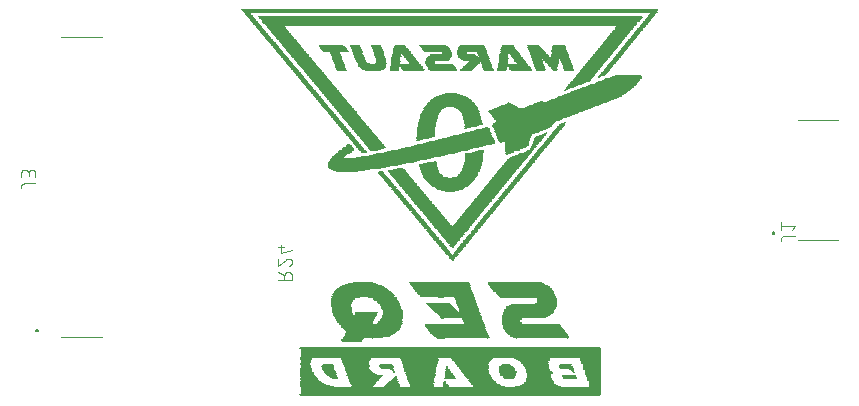
<source format=gbr>
G04 EAGLE Gerber RS-274X export*
G75*
%MOMM*%
%FSLAX34Y34*%
%LPD*%
%INSilkscreen Bottom*%
%IPPOS*%
%AMOC8*
5,1,8,0,0,1.08239X$1,22.5*%
G01*
%ADD10R,25.400000X0.063500*%
%ADD11R,25.527000X0.063500*%
%ADD12R,25.463500X0.063500*%
%ADD13R,2.857500X0.063500*%
%ADD14R,1.841500X0.063500*%
%ADD15R,1.333500X0.063500*%
%ADD16R,1.968500X0.063500*%
%ADD17R,0.571500X0.063500*%
%ADD18R,2.667000X0.063500*%
%ADD19R,3.873500X0.063500*%
%ADD20R,0.952500X0.063500*%
%ADD21R,2.476500X0.063500*%
%ADD22R,1.905000X0.063500*%
%ADD23R,1.270000X0.063500*%
%ADD24R,2.032000X0.063500*%
%ADD25R,0.444500X0.063500*%
%ADD26R,2.413000X0.063500*%
%ADD27R,3.175000X0.063500*%
%ADD28R,2.222500X0.063500*%
%ADD29R,1.143000X0.063500*%
%ADD30R,0.381000X0.063500*%
%ADD31R,2.349500X0.063500*%
%ADD32R,2.921000X0.063500*%
%ADD33R,1.016000X0.063500*%
%ADD34R,2.095500X0.063500*%
%ADD35R,1.079500X0.063500*%
%ADD36R,0.317500X0.063500*%
%ADD37R,2.286000X0.063500*%
%ADD38R,2.730500X0.063500*%
%ADD39R,2.159000X0.063500*%
%ADD40R,0.254000X0.063500*%
%ADD41R,2.603500X0.063500*%
%ADD42R,0.889000X0.063500*%
%ADD43R,1.778000X0.063500*%
%ADD44R,0.825500X0.063500*%
%ADD45R,0.127000X0.063500*%
%ADD46R,1.714500X0.063500*%
%ADD47R,0.698500X0.063500*%
%ADD48R,0.063500X0.063500*%
%ADD49R,1.587500X0.063500*%
%ADD50R,1.524000X0.063500*%
%ADD51R,2.540000X0.063500*%
%ADD52R,0.508000X0.063500*%
%ADD53R,0.635000X0.063500*%
%ADD54R,1.460500X0.063500*%
%ADD55R,1.206500X0.063500*%
%ADD56R,1.397000X0.063500*%
%ADD57R,2.794000X0.063500*%
%ADD58R,2.984500X0.063500*%
%ADD59R,0.762000X0.063500*%
%ADD60R,0.190500X0.063500*%
%ADD61R,1.651000X0.063500*%
%ADD62R,3.048000X0.063500*%
%ADD63R,3.111500X0.063500*%
%ADD64R,3.302000X0.063500*%
%ADD65R,3.429000X0.063500*%
%ADD66R,3.238500X0.063500*%
%ADD67R,3.619500X0.063500*%
%ADD68R,3.937000X0.063500*%
%ADD69R,3.365500X0.063500*%
%ADD70R,4.508500X0.063500*%
%ADD71R,4.762500X0.063500*%
%ADD72R,4.889500X0.063500*%
%ADD73R,4.635500X0.063500*%
%ADD74R,4.699000X0.063500*%
%ADD75R,4.953000X0.063500*%
%ADD76R,4.064000X0.063500*%
%ADD77R,5.016500X0.063500*%
%ADD78R,4.127500X0.063500*%
%ADD79R,4.254500X0.063500*%
%ADD80R,4.826000X0.063500*%
%ADD81R,5.080000X0.063500*%
%ADD82R,4.318000X0.063500*%
%ADD83R,4.381500X0.063500*%
%ADD84R,4.572000X0.063500*%
%ADD85R,5.143500X0.063500*%
%ADD86R,5.207000X0.063500*%
%ADD87R,3.492500X0.063500*%
%ADD88R,3.683000X0.063500*%
%ADD89R,3.556000X0.063500*%
%ADD90R,4.000500X0.063500*%
%ADD91R,4.191000X0.063500*%
%ADD92R,3.746500X0.063500*%
%ADD93R,5.334000X0.063500*%
%ADD94R,5.270500X0.063500*%
%ADD95R,5.651500X0.063500*%
%ADD96R,5.905500X0.063500*%
%ADD97R,6.286500X0.063500*%
%ADD98R,6.604000X0.063500*%
%ADD99R,6.985000X0.063500*%
%ADD100R,7.239000X0.063500*%
%ADD101R,7.493000X0.063500*%
%ADD102R,7.683500X0.063500*%
%ADD103R,7.937500X0.063500*%
%ADD104R,8.191500X0.063500*%
%ADD105R,6.921500X0.063500*%
%ADD106R,6.667500X0.063500*%
%ADD107R,6.540500X0.063500*%
%ADD108R,6.413500X0.063500*%
%ADD109R,6.477000X0.063500*%
%ADD110R,6.350000X0.063500*%
%ADD111R,6.223000X0.063500*%
%ADD112R,6.159500X0.063500*%
%ADD113R,6.096000X0.063500*%
%ADD114R,5.842000X0.063500*%
%ADD115R,5.524500X0.063500*%
%ADD116R,4.445000X0.063500*%
%ADD117R,5.461000X0.063500*%
%ADD118R,5.715000X0.063500*%
%ADD119R,6.794500X0.063500*%
%ADD120R,7.175500X0.063500*%
%ADD121R,7.429500X0.063500*%
%ADD122R,7.620000X0.063500*%
%ADD123R,7.874000X0.063500*%
%ADD124R,8.001000X0.063500*%
%ADD125R,8.128000X0.063500*%
%ADD126R,5.778500X0.063500*%
%ADD127R,3.810000X0.063500*%
%ADD128R,31.305500X0.063500*%
%ADD129R,31.432500X0.063500*%
%ADD130R,31.559500X0.063500*%
%ADD131R,31.623000X0.063500*%
%ADD132R,31.750000X0.063500*%
%ADD133R,31.813500X0.063500*%
%ADD134R,31.940500X0.063500*%
%ADD135R,32.067500X0.063500*%
%ADD136R,32.194500X0.063500*%
%ADD137R,32.258000X0.063500*%
%ADD138R,32.321500X0.063500*%
%ADD139R,32.448500X0.063500*%
%ADD140R,32.512000X0.063500*%
%ADD141R,34.988500X0.063500*%
%ADD142R,35.052000X0.063500*%
%ADD143R,35.179000X0.063500*%
%ADD144R,35.306000X0.063500*%
%ADD145C,0.101600*%
%ADD146C,0.100000*%
%ADD147C,0.200000*%


D10*
X526733Y87630D03*
D11*
X526733Y88265D03*
D12*
X527050Y88900D03*
X527050Y89535D03*
X527050Y90170D03*
X527050Y90805D03*
X527050Y91440D03*
X527050Y92075D03*
X527050Y92710D03*
X527050Y93345D03*
X527050Y93980D03*
X527050Y94615D03*
D13*
X414020Y95250D03*
D14*
X452120Y95250D03*
D15*
X477520Y95250D03*
D16*
X502920Y95250D03*
D17*
X523240Y95250D03*
D18*
X559118Y95250D03*
D19*
X601345Y95250D03*
D20*
X649605Y95250D03*
D21*
X412115Y95885D03*
D22*
X452438Y95885D03*
D23*
X477838Y95885D03*
D24*
X502603Y95885D03*
D25*
X523240Y95885D03*
D26*
X557848Y95885D03*
D27*
X601663Y95885D03*
D20*
X649605Y95885D03*
D28*
X410845Y96520D03*
D24*
X452438Y96520D03*
D29*
X477838Y96520D03*
D24*
X502603Y96520D03*
D30*
X522923Y96520D03*
D31*
X556895Y96520D03*
D32*
X601663Y96520D03*
D33*
X649288Y96520D03*
D34*
X410210Y97155D03*
D24*
X452438Y97155D03*
D35*
X478155Y97155D03*
D24*
X502603Y97155D03*
D36*
X522605Y97155D03*
D37*
X555943Y97155D03*
D38*
X601980Y97155D03*
D33*
X649288Y97155D03*
D16*
X409575Y97790D03*
D39*
X452438Y97790D03*
D33*
X478473Y97790D03*
D34*
X502285Y97790D03*
D40*
X522288Y97790D03*
D28*
X554990Y97790D03*
D41*
X601980Y97790D03*
D33*
X649288Y97790D03*
D14*
X408940Y98425D03*
D28*
X452755Y98425D03*
D42*
X478473Y98425D03*
D39*
X502603Y98425D03*
D40*
X522288Y98425D03*
D39*
X554673Y98425D03*
D21*
X601980Y98425D03*
D35*
X648970Y98425D03*
D43*
X408623Y99060D03*
D37*
X453073Y99060D03*
D44*
X478790Y99060D03*
D28*
X502285Y99060D03*
D45*
X522288Y99060D03*
D39*
X554038Y99060D03*
D26*
X602298Y99060D03*
D35*
X648970Y99060D03*
D46*
X408305Y99695D03*
D26*
X453073Y99695D03*
D47*
X478790Y99695D03*
D28*
X502285Y99695D03*
D48*
X521970Y99695D03*
D39*
X553403Y99695D03*
D37*
X602298Y99695D03*
D35*
X648970Y99695D03*
D49*
X407670Y100330D03*
D21*
X453390Y100330D03*
D17*
X479425Y100330D03*
D28*
X502285Y100330D03*
D39*
X552768Y100330D03*
D37*
X602298Y100330D03*
D29*
X648653Y100330D03*
D50*
X407353Y100965D03*
D51*
X453708Y100965D03*
D52*
X479743Y100965D03*
D37*
X501968Y100965D03*
D34*
X552450Y100965D03*
D28*
X601980Y100965D03*
D29*
X648653Y100965D03*
D50*
X407353Y101600D03*
D30*
X429578Y101600D03*
D18*
X453708Y101600D03*
D30*
X479743Y101600D03*
D37*
X501968Y101600D03*
D33*
X526733Y101600D03*
D34*
X551815Y101600D03*
D53*
X576898Y101600D03*
D28*
X601980Y101600D03*
D35*
X628650Y101600D03*
D29*
X648653Y101600D03*
D54*
X407035Y102235D03*
D52*
X428943Y102235D03*
D38*
X454025Y102235D03*
D36*
X480060Y102235D03*
D37*
X501968Y102235D03*
D20*
X526415Y102235D03*
D34*
X551180Y102235D03*
D44*
X576580Y102235D03*
D34*
X601980Y102235D03*
D29*
X628333Y102235D03*
D55*
X648335Y102235D03*
D56*
X406718Y102870D03*
D53*
X428308Y102870D03*
D57*
X454343Y102870D03*
D40*
X480378Y102870D03*
D26*
X501968Y102870D03*
D42*
X526098Y102870D03*
D39*
X550863Y102870D03*
D20*
X576580Y102870D03*
D34*
X601980Y102870D03*
D29*
X627698Y102870D03*
D55*
X648335Y102870D03*
D15*
X406400Y103505D03*
D47*
X427355Y103505D03*
D32*
X454343Y103505D03*
D45*
X480378Y103505D03*
D26*
X501968Y103505D03*
D42*
X526098Y103505D03*
D39*
X550228Y103505D03*
D35*
X576580Y103505D03*
D34*
X601980Y103505D03*
D55*
X627380Y103505D03*
D23*
X648018Y103505D03*
X406083Y104140D03*
D44*
X426720Y104140D03*
D58*
X454660Y104140D03*
D26*
X501968Y104140D03*
D59*
X526098Y104140D03*
D39*
X550228Y104140D03*
D55*
X575945Y104140D03*
D34*
X601980Y104140D03*
D29*
X627063Y104140D03*
D23*
X648018Y104140D03*
X406083Y104775D03*
D42*
X426403Y104775D03*
D58*
X454025Y104775D03*
D21*
X501650Y104775D03*
D47*
X525780Y104775D03*
D39*
X549593Y104775D03*
D15*
X575945Y104775D03*
D34*
X601980Y104775D03*
D23*
X648018Y104775D03*
D55*
X405765Y105410D03*
D42*
X425768Y105410D03*
D51*
X451803Y105410D03*
D21*
X501650Y105410D03*
D53*
X525463Y105410D03*
D28*
X549275Y105410D03*
D15*
X575945Y105410D03*
D34*
X601980Y105410D03*
D15*
X647700Y105410D03*
D29*
X405448Y106045D03*
D20*
X425450Y106045D03*
D31*
X450850Y106045D03*
D51*
X501333Y106045D03*
D53*
X525463Y106045D03*
D28*
X548640Y106045D03*
D56*
X575628Y106045D03*
D39*
X602298Y106045D03*
D15*
X647700Y106045D03*
D29*
X405448Y106680D03*
D33*
X425133Y106680D03*
D37*
X449898Y106680D03*
D48*
X479425Y106680D03*
D41*
X501650Y106680D03*
D17*
X525145Y106680D03*
D28*
X548640Y106680D03*
D56*
X575628Y106680D03*
D28*
X601980Y106680D03*
D48*
X631825Y106680D03*
D15*
X647700Y106680D03*
D35*
X405130Y107315D03*
D33*
X424498Y107315D03*
D28*
X449580Y107315D03*
D45*
X479108Y107315D03*
D41*
X501650Y107315D03*
D52*
X524828Y107315D03*
D37*
X548323Y107315D03*
D54*
X575310Y107315D03*
D37*
X602298Y107315D03*
D45*
X631508Y107315D03*
D56*
X647383Y107315D03*
D33*
X404813Y107950D03*
X424498Y107950D03*
D39*
X449263Y107950D03*
D60*
X478790Y107950D03*
D18*
X501333Y107950D03*
D25*
X524510Y107950D03*
D31*
X548005Y107950D03*
D54*
X575310Y107950D03*
D39*
X601663Y107950D03*
D45*
X630873Y107950D03*
D56*
X647383Y107950D03*
D33*
X404813Y108585D03*
X423863Y108585D03*
D39*
X448628Y108585D03*
D60*
X478155Y108585D03*
D18*
X501333Y108585D03*
D30*
X524828Y108585D03*
D31*
X547370Y108585D03*
D56*
X574993Y108585D03*
D34*
X601345Y108585D03*
D40*
X630238Y108585D03*
D56*
X647383Y108585D03*
D20*
X404495Y109220D03*
D35*
X423545Y109220D03*
D34*
X448310Y109220D03*
D40*
X477838Y109220D03*
D18*
X501333Y109220D03*
D36*
X524510Y109220D03*
D26*
X547053Y109220D03*
D56*
X574993Y109220D03*
D34*
X600710Y109220D03*
D36*
X629920Y109220D03*
D54*
X647065Y109220D03*
D20*
X404495Y109855D03*
D35*
X423545Y109855D03*
D24*
X447993Y109855D03*
D36*
X477520Y109855D03*
D38*
X501015Y109855D03*
D40*
X524193Y109855D03*
D26*
X547053Y109855D03*
D15*
X574675Y109855D03*
D34*
X600710Y109855D03*
D36*
X629285Y109855D03*
D54*
X647065Y109855D03*
D20*
X404495Y110490D03*
D33*
X423228Y110490D03*
D34*
X447675Y110490D03*
D35*
X473075Y110490D03*
D38*
X501015Y110490D03*
D60*
X523875Y110490D03*
D21*
X546735Y110490D03*
D15*
X574675Y110490D03*
D24*
X600393Y110490D03*
D29*
X625158Y110490D03*
D50*
X646748Y110490D03*
D42*
X404178Y111125D03*
D35*
X422910Y111125D03*
D34*
X447675Y111125D03*
D29*
X472758Y111125D03*
D57*
X501333Y111125D03*
D60*
X523875Y111125D03*
D51*
X546418Y111125D03*
D23*
X574358Y111125D03*
D24*
X599758Y111125D03*
D29*
X624523Y111125D03*
D50*
X646748Y111125D03*
D42*
X404178Y111760D03*
D35*
X422910Y111760D03*
D39*
X447358Y111760D03*
D29*
X472758Y111760D03*
D13*
X501015Y111760D03*
D45*
X523558Y111760D03*
D41*
X546100Y111760D03*
D55*
X574040Y111760D03*
D24*
X599758Y111760D03*
D29*
X624523Y111760D03*
D50*
X646748Y111760D03*
D42*
X404178Y112395D03*
D33*
X422593Y112395D03*
D39*
X447358Y112395D03*
D29*
X472123Y112395D03*
D13*
X501015Y112395D03*
D18*
X545783Y112395D03*
D33*
X573723Y112395D03*
D34*
X599440Y112395D03*
D29*
X624523Y112395D03*
D49*
X646430Y112395D03*
D42*
X404178Y113030D03*
D20*
X422910Y113030D03*
D39*
X447358Y113030D03*
D29*
X472123Y113030D03*
D32*
X500698Y113030D03*
D18*
X545783Y113030D03*
D42*
X573723Y113030D03*
D39*
X599123Y113030D03*
D35*
X624205Y113030D03*
D49*
X646430Y113030D03*
D44*
X403860Y113665D03*
X422910Y113665D03*
D28*
X447040Y113665D03*
D33*
X472123Y113665D03*
D32*
X500698Y113665D03*
D38*
X545465Y113665D03*
D53*
X573723Y113665D03*
D39*
X599123Y113665D03*
D33*
X624523Y113665D03*
D49*
X646430Y113665D03*
D44*
X403860Y114300D03*
D28*
X447040Y114300D03*
D32*
X500698Y114300D03*
D13*
X545465Y114300D03*
D28*
X598805Y114300D03*
D61*
X646113Y114300D03*
D44*
X403860Y114935D03*
D28*
X447040Y114935D03*
D62*
X500698Y114935D03*
D32*
X545148Y114935D03*
D37*
X598488Y114935D03*
D61*
X646113Y114935D03*
D42*
X404178Y115570D03*
D37*
X446723Y115570D03*
D62*
X500698Y115570D03*
D32*
X545148Y115570D03*
D31*
X598170Y115570D03*
D61*
X646113Y115570D03*
D42*
X404178Y116205D03*
D37*
X446723Y116205D03*
D62*
X500698Y116205D03*
X545148Y116205D03*
D26*
X597853Y116205D03*
D46*
X645795Y116205D03*
D42*
X404178Y116840D03*
D31*
X447040Y116840D03*
D63*
X500380Y116840D03*
D27*
X545148Y116840D03*
D41*
X597535Y116840D03*
D46*
X645795Y116840D03*
D42*
X404178Y117475D03*
D26*
X446723Y117475D03*
D27*
X500698Y117475D03*
D64*
X545148Y117475D03*
D18*
X597218Y117475D03*
D43*
X645478Y117475D03*
D20*
X404495Y118110D03*
D21*
X447040Y118110D03*
D27*
X500698Y118110D03*
D65*
X545148Y118110D03*
D13*
X596900Y118110D03*
D43*
X645478Y118110D03*
D33*
X404813Y118745D03*
D41*
X447040Y118745D03*
D66*
X500380Y118745D03*
D67*
X545465Y118745D03*
D58*
X596265Y118745D03*
D43*
X645478Y118745D03*
D29*
X405448Y119380D03*
D18*
X447358Y119380D03*
D64*
X500698Y119380D03*
D68*
X546418Y119380D03*
D66*
X596265Y119380D03*
D14*
X645160Y119380D03*
D12*
X527050Y120015D03*
X527050Y120650D03*
X527050Y121285D03*
X527050Y121920D03*
X527050Y122555D03*
X527050Y123190D03*
X527050Y123825D03*
X527050Y124460D03*
X527050Y125095D03*
X527050Y125730D03*
X527050Y126365D03*
D11*
X526733Y127000D03*
D12*
X527050Y127635D03*
D10*
X526733Y128270D03*
D46*
X443230Y133350D03*
D43*
X443548Y133985D03*
D14*
X443865Y134620D03*
D43*
X444183Y135255D03*
X444818Y135890D03*
D48*
X461010Y135890D03*
D47*
X518795Y135890D03*
D48*
X558800Y135890D03*
X582930Y135890D03*
X626745Y135890D03*
D69*
X452755Y136525D03*
D70*
X537210Y136525D03*
D71*
X603885Y136525D03*
D67*
X454660Y137160D03*
D70*
X536575Y137160D03*
D72*
X602615Y137160D03*
D19*
X455930Y137795D03*
D73*
X535940Y137795D03*
D72*
X601980Y137795D03*
D68*
X456883Y138430D03*
D74*
X535623Y138430D03*
D75*
X601663Y138430D03*
D76*
X457518Y139065D03*
D74*
X534988Y139065D03*
D77*
X600710Y139065D03*
D78*
X458470Y139700D03*
D71*
X534670Y139700D03*
D77*
X600075Y139700D03*
D79*
X459105Y140335D03*
D80*
X534353Y140335D03*
D81*
X599758Y140335D03*
D79*
X459740Y140970D03*
D80*
X533718Y140970D03*
D77*
X599440Y140970D03*
D82*
X460058Y141605D03*
D72*
X533400Y141605D03*
D77*
X598805Y141605D03*
D83*
X460375Y142240D03*
D72*
X532765Y142240D03*
D77*
X598170Y142240D03*
D84*
X460058Y142875D03*
D72*
X532765Y142875D03*
D77*
X598170Y142875D03*
D74*
X460058Y143510D03*
D75*
X532448Y143510D03*
D77*
X597535Y143510D03*
D80*
X460058Y144145D03*
D75*
X531813Y144145D03*
D77*
X596900Y144145D03*
D72*
X459740Y144780D03*
D77*
X531495Y144780D03*
D75*
X596583Y144780D03*
D77*
X459740Y145415D03*
X531495Y145415D03*
D75*
X595948Y145415D03*
D81*
X459423Y146050D03*
D77*
X530860Y146050D03*
D75*
X595948Y146050D03*
D85*
X459740Y146685D03*
D81*
X530543Y146685D03*
D72*
X595630Y146685D03*
D86*
X459423Y147320D03*
D81*
X530543Y147320D03*
D72*
X594995Y147320D03*
D13*
X447040Y147955D03*
D37*
X474028Y147955D03*
D52*
X519113Y147955D03*
D46*
X546735Y147955D03*
X579120Y147955D03*
D32*
X446723Y148590D03*
D39*
X475298Y148590D03*
D46*
X546735Y148590D03*
D61*
X578803Y148590D03*
D58*
X446405Y149225D03*
D34*
X475615Y149225D03*
D61*
X546418Y149225D03*
X578803Y149225D03*
D58*
X446405Y149860D03*
D24*
X475933Y149860D03*
D46*
X546100Y149860D03*
D49*
X578485Y149860D03*
D63*
X446405Y150495D03*
D16*
X476250Y150495D03*
D46*
X546100Y150495D03*
D49*
X578485Y150495D03*
D27*
X446088Y151130D03*
D22*
X476568Y151130D03*
D61*
X545783Y151130D03*
D49*
X578485Y151130D03*
D66*
X446405Y151765D03*
D14*
X476885Y151765D03*
D46*
X545465Y151765D03*
D61*
X578803Y151765D03*
D64*
X446088Y152400D03*
D14*
X477520Y152400D03*
D46*
X545465Y152400D03*
D61*
X578803Y152400D03*
D65*
X446088Y153035D03*
D14*
X477520Y153035D03*
D40*
X520383Y153035D03*
D46*
X544830Y153035D03*
D61*
X578803Y153035D03*
D65*
X446088Y153670D03*
D43*
X477838Y153670D03*
D87*
X535940Y153670D03*
D88*
X588963Y153670D03*
D89*
X446088Y154305D03*
D43*
X477838Y154305D03*
D89*
X535623Y154305D03*
D19*
X589915Y154305D03*
D89*
X446088Y154940D03*
D46*
X477520Y154940D03*
D89*
X534988Y154940D03*
D90*
X590550Y154940D03*
D46*
X436245Y155575D03*
D22*
X454978Y155575D03*
D61*
X477838Y155575D03*
D67*
X534670Y155575D03*
D78*
X591185Y155575D03*
D46*
X436245Y156210D03*
D22*
X454978Y156210D03*
D61*
X477838Y156210D03*
D67*
X534035Y156210D03*
D78*
X591820Y156210D03*
D61*
X435928Y156845D03*
D14*
X455295Y156845D03*
D61*
X477838Y156845D03*
D88*
X533718Y156845D03*
D91*
X592138Y156845D03*
D61*
X435293Y157480D03*
D22*
X455613Y157480D03*
D61*
X477838Y157480D03*
D92*
X533400Y157480D03*
D79*
X592455Y157480D03*
D61*
X435293Y158115D03*
D14*
X455930Y158115D03*
D61*
X477838Y158115D03*
D16*
X523875Y158115D03*
D61*
X543243Y158115D03*
D79*
X593090Y158115D03*
D61*
X435293Y158750D03*
X477838Y158750D03*
D24*
X522923Y158750D03*
D46*
X542925Y158750D03*
D79*
X593090Y158750D03*
D61*
X434658Y159385D03*
X477838Y159385D03*
D24*
X522288Y159385D03*
D46*
X542925Y159385D03*
D79*
X593725Y159385D03*
D61*
X434658Y160020D03*
X477203Y160020D03*
D24*
X521653Y160020D03*
D61*
X542608Y160020D03*
D82*
X594043Y160020D03*
D61*
X434658Y160655D03*
X477203Y160655D03*
D24*
X521018Y160655D03*
D46*
X542290Y160655D03*
D79*
X594360Y160655D03*
D61*
X434658Y161290D03*
D46*
X476885Y161290D03*
D24*
X520383Y161290D03*
D46*
X542290Y161290D03*
D79*
X594995Y161290D03*
D61*
X434658Y161925D03*
X476568Y161925D03*
D24*
X519748Y161925D03*
D46*
X541655Y161925D03*
D79*
X594995Y161925D03*
D46*
X434340Y162560D03*
D61*
X476568Y162560D03*
D24*
X519113Y162560D03*
D46*
X541655Y162560D03*
D91*
X595313Y162560D03*
D46*
X434340Y163195D03*
X476250Y163195D03*
D24*
X518478Y163195D03*
D61*
X541338Y163195D03*
D91*
X595948Y163195D03*
D46*
X434340Y163830D03*
X475615Y163830D03*
D24*
X517843Y163830D03*
D46*
X541020Y163830D03*
D76*
X596583Y163830D03*
D46*
X434340Y164465D03*
X475615Y164465D03*
D24*
X517208Y164465D03*
D46*
X541020Y164465D03*
D68*
X597218Y164465D03*
D46*
X434340Y165100D03*
D43*
X475298Y165100D03*
D24*
X516573Y165100D03*
D61*
X540703Y165100D03*
D22*
X607378Y165100D03*
D43*
X434658Y165735D03*
X474663Y165735D03*
D46*
X540385Y165735D03*
D43*
X608013Y165735D03*
X434658Y166370D03*
D14*
X474345Y166370D03*
D46*
X540385Y166370D03*
X608330Y166370D03*
D14*
X434975Y167005D03*
X473710Y167005D03*
D61*
X540068Y167005D03*
X608648Y167005D03*
D14*
X434975Y167640D03*
X473075Y167640D03*
D46*
X539750Y167640D03*
D61*
X608648Y167640D03*
D22*
X435293Y168275D03*
D16*
X472440Y168275D03*
D46*
X539750Y168275D03*
D61*
X608648Y168275D03*
D16*
X435610Y168910D03*
X471805Y168910D03*
D46*
X539115Y168910D03*
X608330Y168910D03*
D24*
X435928Y169545D03*
D34*
X471170Y169545D03*
D46*
X539115Y169545D03*
X608330Y169545D03*
D34*
X436880Y170180D03*
D39*
X470218Y170180D03*
D61*
X538798Y170180D03*
D43*
X608013Y170180D03*
D31*
X438150Y170815D03*
D37*
X468948Y170815D03*
D52*
X519113Y170815D03*
D46*
X538480Y170815D03*
D71*
X592455Y170815D03*
D93*
X453073Y171450D03*
D84*
X524193Y171450D03*
D80*
X592138Y171450D03*
D94*
X453390Y172085D03*
D84*
X523558Y172085D03*
D80*
X591503Y172085D03*
D86*
X453073Y172720D03*
D73*
X523240Y172720D03*
D72*
X591185Y172720D03*
D81*
X453073Y173355D03*
D74*
X522923Y173355D03*
D72*
X590550Y173355D03*
D77*
X452755Y173990D03*
D74*
X522288Y173990D03*
D75*
X590233Y173990D03*
D72*
X452755Y174625D03*
D71*
X521970Y174625D03*
D75*
X589598Y174625D03*
D80*
X452438Y175260D03*
X521653Y175260D03*
D77*
X589280Y175260D03*
D74*
X452438Y175895D03*
D71*
X521335Y175895D03*
D77*
X588645Y175895D03*
D70*
X452120Y176530D03*
D80*
X521018Y176530D03*
D77*
X588010Y176530D03*
D83*
X452120Y177165D03*
D80*
X520383Y177165D03*
D81*
X587693Y177165D03*
D79*
X452120Y177800D03*
D72*
X520065Y177800D03*
D77*
X587375Y177800D03*
D76*
X451803Y178435D03*
D75*
X519748Y178435D03*
D77*
X586740Y178435D03*
D19*
X452120Y179070D03*
D72*
X519430Y179070D03*
D77*
X586105Y179070D03*
D88*
X451803Y179705D03*
D75*
X519113Y179705D03*
D77*
X585470Y179705D03*
D65*
X451803Y180340D03*
D77*
X518795Y180340D03*
D72*
X584835Y180340D03*
D27*
X451803Y180975D03*
D75*
X518478Y180975D03*
D72*
X584200Y180975D03*
D57*
X451803Y181610D03*
D77*
X518160Y181610D03*
D80*
X583248Y181610D03*
D31*
X452120Y182245D03*
D81*
X517843Y182245D03*
D71*
X582295Y182245D03*
D46*
X452755Y182880D03*
D77*
X517525Y182880D03*
D73*
X581660Y182880D03*
D45*
X528638Y201930D03*
D40*
X528638Y202565D03*
D30*
X528638Y203200D03*
D25*
X528320Y203835D03*
D17*
X528320Y204470D03*
D53*
X528638Y205105D03*
D59*
X528638Y205740D03*
D42*
X528638Y206375D03*
D25*
X525780Y207010D03*
X531495Y207010D03*
X525145Y207645D03*
D30*
X531813Y207645D03*
X524828Y208280D03*
D25*
X532130Y208280D03*
D30*
X524193Y208915D03*
D25*
X532765Y208915D03*
X523875Y209550D03*
X533400Y209550D03*
X523240Y210185D03*
X534035Y210185D03*
X522605Y210820D03*
X534670Y210820D03*
X521970Y211455D03*
X534670Y211455D03*
X521335Y212090D03*
X535305Y212090D03*
D52*
X521018Y212725D03*
D45*
X528638Y212725D03*
D25*
X535940Y212725D03*
X520700Y213360D03*
D40*
X528638Y213360D03*
D25*
X536575Y213360D03*
X520065Y213995D03*
D36*
X528320Y213995D03*
D25*
X537210Y213995D03*
X519430Y214630D03*
X528320Y214630D03*
D52*
X537528Y214630D03*
D25*
X518795Y215265D03*
D52*
X528638Y215265D03*
D25*
X537845Y215265D03*
D52*
X518478Y215900D03*
D53*
X528638Y215900D03*
D25*
X538480Y215900D03*
X518160Y216535D03*
D59*
X528638Y216535D03*
D25*
X539115Y216535D03*
X517525Y217170D03*
D44*
X528320Y217170D03*
D25*
X539750Y217170D03*
X516890Y217805D03*
D20*
X528320Y217805D03*
D52*
X540068Y217805D03*
D25*
X516255Y218440D03*
D29*
X528638Y218440D03*
D25*
X540385Y218440D03*
X515620Y219075D03*
D29*
X528638Y219075D03*
D25*
X541020Y219075D03*
X514985Y219710D03*
D23*
X528638Y219710D03*
D25*
X541655Y219710D03*
D52*
X514668Y220345D03*
D15*
X528320Y220345D03*
D25*
X542290Y220345D03*
X514350Y220980D03*
D54*
X528320Y220980D03*
D25*
X542925Y220980D03*
X513715Y221615D03*
D49*
X528320Y221615D03*
D30*
X543243Y221615D03*
D25*
X513080Y222250D03*
D43*
X528638Y222250D03*
D25*
X543560Y222250D03*
X512445Y222885D03*
D14*
X528320Y222885D03*
D25*
X544195Y222885D03*
X511810Y223520D03*
D22*
X528638Y223520D03*
D25*
X544830Y223520D03*
D52*
X511493Y224155D03*
D24*
X528638Y224155D03*
D25*
X545465Y224155D03*
X511175Y224790D03*
D34*
X528320Y224790D03*
D30*
X545783Y224790D03*
D25*
X510540Y225425D03*
D28*
X528320Y225425D03*
D25*
X546735Y225425D03*
X509905Y226060D03*
D31*
X528320Y226060D03*
D25*
X546735Y226060D03*
X509270Y226695D03*
D26*
X528638Y226695D03*
D25*
X547370Y226695D03*
X508635Y227330D03*
D51*
X528638Y227330D03*
D25*
X548005Y227330D03*
D30*
X508318Y227965D03*
D18*
X528638Y227965D03*
D30*
X548323Y227965D03*
D25*
X508000Y228600D03*
D57*
X528638Y228600D03*
D25*
X549275Y228600D03*
X507365Y229235D03*
D13*
X528320Y229235D03*
D25*
X549275Y229235D03*
X506730Y229870D03*
D58*
X528320Y229870D03*
D25*
X549910Y229870D03*
X506095Y230505D03*
D63*
X528320Y230505D03*
D25*
X550545Y230505D03*
X505460Y231140D03*
D50*
X520383Y231140D03*
D49*
X536575Y231140D03*
D25*
X551180Y231140D03*
D52*
X505143Y231775D03*
D50*
X519748Y231775D03*
D49*
X537210Y231775D03*
D52*
X551498Y231775D03*
X504508Y232410D03*
D50*
X519113Y232410D03*
X537528Y232410D03*
D25*
X551815Y232410D03*
X504190Y233045D03*
D50*
X518478Y233045D03*
X538163Y233045D03*
D25*
X552450Y233045D03*
X503555Y233680D03*
D50*
X517843Y233680D03*
X538798Y233680D03*
D25*
X553085Y233680D03*
X502920Y234315D03*
D50*
X517208Y234315D03*
D49*
X539115Y234315D03*
D25*
X553720Y234315D03*
D52*
X502603Y234950D03*
D50*
X517208Y234950D03*
X540068Y234950D03*
D52*
X554038Y234950D03*
X501968Y235585D03*
D50*
X516573Y235585D03*
D49*
X540385Y235585D03*
D25*
X554355Y235585D03*
X501650Y236220D03*
D50*
X515938Y236220D03*
X540703Y236220D03*
D25*
X554990Y236220D03*
X501015Y236855D03*
D50*
X515303Y236855D03*
X541338Y236855D03*
D25*
X555625Y236855D03*
X500380Y237490D03*
D50*
X514668Y237490D03*
X541973Y237490D03*
D25*
X556260Y237490D03*
X499745Y238125D03*
D54*
X514350Y238125D03*
D50*
X542608Y238125D03*
D52*
X556578Y238125D03*
X499428Y238760D03*
D54*
X513715Y238760D03*
D49*
X542925Y238760D03*
D52*
X557213Y238760D03*
D25*
X499110Y239395D03*
D50*
X513398Y239395D03*
X543243Y239395D03*
D52*
X557848Y239395D03*
D25*
X498475Y240030D03*
D50*
X512763Y240030D03*
X543878Y240030D03*
D25*
X558165Y240030D03*
X497840Y240665D03*
D50*
X512128Y240665D03*
X544513Y240665D03*
D25*
X558800Y240665D03*
X497205Y241300D03*
D50*
X511493Y241300D03*
X545148Y241300D03*
D25*
X559435Y241300D03*
X496570Y241935D03*
D50*
X510858Y241935D03*
D49*
X545465Y241935D03*
D25*
X560070Y241935D03*
X495935Y242570D03*
D50*
X510858Y242570D03*
D49*
X546100Y242570D03*
D52*
X560388Y242570D03*
D30*
X495618Y243205D03*
D50*
X510223Y243205D03*
D49*
X546735Y243205D03*
D52*
X561023Y243205D03*
X494983Y243840D03*
D50*
X509588Y243840D03*
X547053Y243840D03*
D25*
X561340Y243840D03*
X494665Y244475D03*
D50*
X508953Y244475D03*
X547688Y244475D03*
D25*
X561975Y244475D03*
X494030Y245110D03*
D50*
X508318Y245110D03*
D49*
X548005Y245110D03*
D25*
X562610Y245110D03*
X493395Y245745D03*
D50*
X507683Y245745D03*
D49*
X548640Y245745D03*
D25*
X563245Y245745D03*
X492760Y246380D03*
D50*
X507683Y246380D03*
D49*
X549275Y246380D03*
D52*
X563563Y246380D03*
X492443Y247015D03*
D50*
X507048Y247015D03*
X549593Y247015D03*
D25*
X563880Y247015D03*
X492125Y247650D03*
D50*
X506413Y247650D03*
X550228Y247650D03*
D25*
X564515Y247650D03*
X491490Y248285D03*
D50*
X505778Y248285D03*
X550863Y248285D03*
D25*
X565150Y248285D03*
X490855Y248920D03*
D50*
X505143Y248920D03*
X551498Y248920D03*
D25*
X565785Y248920D03*
X490220Y249555D03*
D49*
X504825Y249555D03*
X551815Y249555D03*
D52*
X566103Y249555D03*
D25*
X489585Y250190D03*
D50*
X503873Y250190D03*
X552133Y250190D03*
D25*
X566420Y250190D03*
X488950Y250825D03*
D50*
X503873Y250825D03*
X552768Y250825D03*
D25*
X567055Y250825D03*
D30*
X488633Y251460D03*
D50*
X503238Y251460D03*
X553403Y251460D03*
D25*
X567690Y251460D03*
D52*
X487998Y252095D03*
D50*
X502603Y252095D03*
X554038Y252095D03*
D25*
X568325Y252095D03*
X487680Y252730D03*
D50*
X501968Y252730D03*
D49*
X554355Y252730D03*
D25*
X568960Y252730D03*
X487045Y253365D03*
D50*
X501333Y253365D03*
X554673Y253365D03*
D30*
X569278Y253365D03*
D25*
X486410Y254000D03*
D50*
X500698Y254000D03*
X555308Y254000D03*
D52*
X569913Y254000D03*
D30*
X486093Y254635D03*
D50*
X500698Y254635D03*
X555943Y254635D03*
D25*
X570230Y254635D03*
X485140Y255270D03*
D50*
X500063Y255270D03*
X556578Y255270D03*
D25*
X570865Y255270D03*
X485140Y255905D03*
D50*
X499428Y255905D03*
X557213Y255905D03*
D25*
X571500Y255905D03*
X484505Y256540D03*
D50*
X498793Y256540D03*
D49*
X557530Y256540D03*
D30*
X571818Y256540D03*
D25*
X483870Y257175D03*
D50*
X498158Y257175D03*
D49*
X558165Y257175D03*
D52*
X572453Y257175D03*
D25*
X483235Y257810D03*
D50*
X498158Y257810D03*
X558483Y257810D03*
D25*
X572770Y257810D03*
X482600Y258445D03*
D54*
X497205Y258445D03*
D50*
X559118Y258445D03*
D25*
X573405Y258445D03*
D52*
X482283Y259080D03*
D50*
X496888Y259080D03*
X559753Y259080D03*
D25*
X574040Y259080D03*
X481965Y259715D03*
D50*
X496253Y259715D03*
D49*
X560070Y259715D03*
D25*
X574675Y259715D03*
X481330Y260350D03*
D50*
X495618Y260350D03*
D44*
X526415Y260350D03*
D49*
X560705Y260350D03*
D52*
X574993Y260350D03*
D25*
X480695Y260985D03*
D54*
X495300Y260985D03*
X526415Y260985D03*
D50*
X561023Y260985D03*
D25*
X575310Y260985D03*
X480060Y261620D03*
D54*
X494665Y261620D03*
D14*
X526415Y261620D03*
D50*
X561658Y261620D03*
D25*
X575945Y261620D03*
X479425Y262255D03*
D50*
X494348Y262255D03*
D39*
X526733Y262255D03*
D50*
X562293Y262255D03*
D25*
X576580Y262255D03*
D30*
X479108Y262890D03*
D50*
X493713Y262890D03*
D26*
X526733Y262890D03*
D49*
X562610Y262890D03*
D25*
X577215Y262890D03*
X478790Y263525D03*
D50*
X493078Y263525D03*
D41*
X526415Y263525D03*
D49*
X563245Y263525D03*
D25*
X577850Y263525D03*
X478155Y264160D03*
D50*
X492443Y264160D03*
D13*
X526415Y264160D03*
D49*
X563880Y264160D03*
D30*
X578168Y264160D03*
D25*
X477520Y264795D03*
D50*
X491808Y264795D03*
D62*
X526733Y264795D03*
D50*
X564198Y264795D03*
D25*
X578485Y264795D03*
X476885Y265430D03*
D50*
X491173Y265430D03*
D66*
X526415Y265430D03*
D50*
X564833Y265430D03*
D25*
X579120Y265430D03*
X476250Y266065D03*
D50*
X491173Y266065D03*
D69*
X526415Y266065D03*
D50*
X565468Y266065D03*
D25*
X579755Y266065D03*
D52*
X475933Y266700D03*
D50*
X490538Y266700D03*
D87*
X526415Y266700D03*
D50*
X566103Y266700D03*
D25*
X580390Y266700D03*
X475615Y267335D03*
D50*
X489903Y267335D03*
D67*
X526415Y267335D03*
D49*
X566420Y267335D03*
D30*
X580708Y267335D03*
D25*
X474980Y267970D03*
D50*
X489268Y267970D03*
D92*
X526415Y267970D03*
D50*
X566738Y267970D03*
D25*
X581025Y267970D03*
X474345Y268605D03*
D50*
X488633Y268605D03*
D19*
X526415Y268605D03*
D50*
X567373Y268605D03*
D52*
X581978Y268605D03*
D25*
X473710Y269240D03*
D49*
X488315Y269240D03*
D90*
X526415Y269240D03*
D50*
X568008Y269240D03*
D25*
X582295Y269240D03*
X473075Y269875D03*
D50*
X487998Y269875D03*
D78*
X526415Y269875D03*
D50*
X568643Y269875D03*
D25*
X582930Y269875D03*
D52*
X472758Y270510D03*
D50*
X487363Y270510D03*
D91*
X526733Y270510D03*
D49*
X568960Y270510D03*
D25*
X583565Y270510D03*
X472440Y271145D03*
D50*
X486728Y271145D03*
D82*
X526733Y271145D03*
D50*
X569278Y271145D03*
D52*
X583883Y271145D03*
D25*
X471805Y271780D03*
D50*
X486093Y271780D03*
D24*
X514668Y271780D03*
D16*
X538480Y271780D03*
D50*
X569913Y271780D03*
D25*
X584200Y271780D03*
X471170Y272415D03*
D50*
X485458Y272415D03*
D14*
X513080Y272415D03*
D43*
X540068Y272415D03*
D50*
X570548Y272415D03*
D25*
X584835Y272415D03*
X470535Y273050D03*
D50*
X484823Y273050D03*
D46*
X512445Y273050D03*
X541020Y273050D03*
D50*
X571183Y273050D03*
D25*
X585470Y273050D03*
X469900Y273685D03*
D50*
X484188Y273685D03*
D46*
X511810Y273685D03*
D61*
X541338Y273685D03*
D49*
X571500Y273685D03*
D25*
X586105Y273685D03*
X469265Y274320D03*
D50*
X484188Y274320D03*
D61*
X511493Y274320D03*
X541973Y274320D03*
D49*
X572135Y274320D03*
D52*
X586423Y274320D03*
X468948Y274955D03*
D50*
X483553Y274955D03*
D61*
X510858Y274955D03*
D49*
X542290Y274955D03*
D50*
X572453Y274955D03*
D25*
X586740Y274955D03*
D52*
X468313Y275590D03*
D50*
X482918Y275590D03*
D49*
X510540Y275590D03*
X542925Y275590D03*
D50*
X573088Y275590D03*
D25*
X587375Y275590D03*
X467995Y276225D03*
D50*
X482283Y276225D03*
D49*
X509905Y276225D03*
X542925Y276225D03*
D50*
X573723Y276225D03*
D25*
X588010Y276225D03*
D48*
X438150Y276860D03*
D36*
X467995Y276860D03*
D50*
X481648Y276860D03*
D49*
X509905Y276860D03*
X543560Y276860D03*
X574040Y276860D03*
D25*
X588645Y276860D03*
D22*
X439103Y277495D03*
D49*
X481330Y277495D03*
X509270Y277495D03*
D50*
X543878Y277495D03*
D49*
X574675Y277495D03*
D25*
X589280Y277495D03*
D38*
X440690Y278130D03*
D54*
X481330Y278130D03*
D49*
X509270Y278130D03*
X544195Y278130D03*
D50*
X574993Y278130D03*
D52*
X589598Y278130D03*
D64*
X442278Y278765D03*
D33*
X482918Y278765D03*
D50*
X508953Y278765D03*
X544513Y278765D03*
X575628Y278765D03*
D25*
X589915Y278765D03*
D19*
X444500Y279400D03*
D17*
X484505Y279400D03*
D49*
X508635Y279400D03*
D50*
X544513Y279400D03*
X576263Y279400D03*
D25*
X590550Y279400D03*
D83*
X445770Y280035D03*
D60*
X485775Y280035D03*
D50*
X508318Y280035D03*
D49*
X544830Y280035D03*
D50*
X576898Y280035D03*
D25*
X591185Y280035D03*
D72*
X447675Y280670D03*
D50*
X508318Y280670D03*
X545148Y280670D03*
X577533Y280670D03*
D25*
X591820Y280670D03*
D94*
X449580Y281305D03*
D49*
X508000Y281305D03*
D50*
X545148Y281305D03*
D49*
X577850Y281305D03*
D25*
X592455Y281305D03*
D95*
X451485Y281940D03*
D50*
X507683Y281940D03*
D49*
X545465Y281940D03*
X578485Y281940D03*
D25*
X593090Y281940D03*
D96*
X452755Y282575D03*
D50*
X507683Y282575D03*
X545783Y282575D03*
X578803Y282575D03*
D25*
X593090Y282575D03*
D97*
X454660Y283210D03*
D54*
X508000Y283210D03*
D50*
X545783Y283210D03*
X579438Y283210D03*
D25*
X593725Y283210D03*
D98*
X456248Y283845D03*
D29*
X509588Y283845D03*
D50*
X545783Y283845D03*
X580073Y283845D03*
D25*
X594360Y283845D03*
D99*
X458153Y284480D03*
D42*
X510858Y284480D03*
D49*
X546100Y284480D03*
X580390Y284480D03*
D25*
X594995Y284480D03*
D100*
X459423Y285115D03*
D52*
X512128Y285115D03*
D49*
X546100Y285115D03*
X581025Y285115D03*
D25*
X595630Y285115D03*
D101*
X461328Y285750D03*
D60*
X513715Y285750D03*
D50*
X546418Y285750D03*
X581343Y285750D03*
D25*
X595630Y285750D03*
D102*
X462915Y286385D03*
D50*
X546418Y286385D03*
X581978Y286385D03*
D25*
X596265Y286385D03*
D103*
X464820Y287020D03*
D50*
X546418Y287020D03*
X582613Y287020D03*
D25*
X596900Y287020D03*
D104*
X466725Y287655D03*
D50*
X546418Y287655D03*
D49*
X582930Y287655D03*
D25*
X597535Y287655D03*
D54*
X433070Y288290D03*
D105*
X475615Y288290D03*
D49*
X546735Y288290D03*
D50*
X583883Y288290D03*
D52*
X597853Y288290D03*
D33*
X431483Y288925D03*
D106*
X480060Y288925D03*
D49*
X546735Y288925D03*
D54*
X584835Y288925D03*
D25*
X598170Y288925D03*
D20*
X431800Y289560D03*
D107*
X483870Y289560D03*
D49*
X546735Y289560D03*
D15*
X585470Y289560D03*
D25*
X598805Y289560D03*
D20*
X432435Y290195D03*
D108*
X487045Y290195D03*
D49*
X546735Y290195D03*
D55*
X586740Y290195D03*
D25*
X599440Y290195D03*
D33*
X433388Y290830D03*
D109*
X489903Y290830D03*
D50*
X547053Y290830D03*
D29*
X587693Y290830D03*
D25*
X600075Y290830D03*
D33*
X434023Y291465D03*
D110*
X493078Y291465D03*
D50*
X547053Y291465D03*
D45*
X574993Y291465D03*
D33*
X588963Y291465D03*
D52*
X600393Y291465D03*
D35*
X434975Y292100D03*
D110*
X496253Y292100D03*
D50*
X547053Y292100D03*
D36*
X575310Y292100D03*
D20*
X589915Y292100D03*
D52*
X601028Y292100D03*
D29*
X435928Y292735D03*
D97*
X499110Y292735D03*
D55*
X548640Y292735D03*
D25*
X575945Y292735D03*
D59*
X590868Y292735D03*
D25*
X601345Y292735D03*
D29*
X437198Y293370D03*
D25*
X453390Y293370D03*
D97*
X501650Y293370D03*
D20*
X549910Y293370D03*
D53*
X576898Y293370D03*
X592138Y293370D03*
D25*
X601980Y293370D03*
D29*
X437833Y294005D03*
D25*
X453390Y294005D03*
D111*
X504508Y294005D03*
D59*
X551498Y294005D03*
X577533Y294005D03*
D17*
X593090Y294005D03*
D25*
X602615Y294005D03*
D23*
X439103Y294640D03*
D52*
X452438Y294640D03*
D40*
X460693Y294640D03*
D112*
X507365Y294640D03*
D25*
X553085Y294640D03*
D20*
X578485Y294640D03*
D52*
X594043Y294640D03*
X602933Y294640D03*
D55*
X439420Y295275D03*
D25*
X452120Y295275D03*
D53*
X461963Y295275D03*
D111*
X510223Y295275D03*
D40*
X554038Y295275D03*
D29*
X579438Y295275D03*
D30*
X595313Y295275D03*
D52*
X603568Y295275D03*
D35*
X440055Y295910D03*
D25*
X451485Y295910D03*
D33*
X463233Y295910D03*
D112*
X513080Y295910D03*
D23*
X580073Y295910D03*
D36*
X595630Y295910D03*
D25*
X603885Y295910D03*
D20*
X440055Y296545D03*
D25*
X450850Y296545D03*
D15*
X464185Y296545D03*
D112*
X515620Y296545D03*
D54*
X581025Y296545D03*
D36*
X596265Y296545D03*
D25*
X604520Y296545D03*
D44*
X440055Y297180D03*
D25*
X450215Y297180D03*
D54*
X464820Y297180D03*
D113*
X518478Y297180D03*
D49*
X581660Y297180D03*
D36*
X596900Y297180D03*
D25*
X605155Y297180D03*
D59*
X440373Y297815D03*
D25*
X449580Y297815D03*
D50*
X464503Y297815D03*
D112*
X520700Y297815D03*
D43*
X582613Y297815D03*
D30*
X597218Y297815D03*
D25*
X605790Y297815D03*
D17*
X440690Y298450D03*
D52*
X449263Y298450D03*
D50*
X463868Y298450D03*
D112*
X523875Y298450D03*
D22*
X582613Y298450D03*
D25*
X597535Y298450D03*
X606425Y298450D03*
X440690Y299085D03*
X448945Y299085D03*
D50*
X463233Y299085D03*
D112*
X526415Y299085D03*
D16*
X582930Y299085D03*
D30*
X597853Y299085D03*
D52*
X606743Y299085D03*
D40*
X441008Y299720D03*
D25*
X448310Y299720D03*
D50*
X462598Y299720D03*
D112*
X528955Y299720D03*
D16*
X582930Y299720D03*
D25*
X598170Y299720D03*
D52*
X607378Y299720D03*
D45*
X441008Y300355D03*
D25*
X447675Y300355D03*
D50*
X461963Y300355D03*
D113*
X531813Y300355D03*
D16*
X582930Y300355D03*
D52*
X598488Y300355D03*
D25*
X607695Y300355D03*
X447040Y300990D03*
D49*
X461645Y300990D03*
D112*
X534035Y300990D03*
D24*
X583248Y300990D03*
D52*
X599123Y300990D03*
D25*
X608330Y300990D03*
D52*
X446723Y301625D03*
D49*
X461010Y301625D03*
D114*
X535623Y301625D03*
D60*
X569595Y301625D03*
D24*
X583248Y301625D03*
D17*
X599440Y301625D03*
D25*
X608965Y301625D03*
D52*
X446088Y302260D03*
D50*
X460693Y302260D03*
D115*
X536575Y302260D03*
D25*
X570230Y302260D03*
D24*
X583248Y302260D03*
D17*
X600075Y302260D03*
D25*
X609600Y302260D03*
X445770Y302895D03*
D50*
X460058Y302895D03*
D94*
X537845Y302895D03*
D41*
X581025Y302895D03*
D53*
X600393Y302895D03*
D52*
X609918Y302895D03*
D25*
X445135Y303530D03*
D50*
X459423Y303530D03*
D36*
X499745Y303530D03*
D77*
X539115Y303530D03*
D18*
X580708Y303530D03*
D47*
X600710Y303530D03*
D25*
X610235Y303530D03*
X444500Y304165D03*
D50*
X458788Y304165D03*
D52*
X500698Y304165D03*
D74*
X540068Y304165D03*
D38*
X581025Y304165D03*
D53*
X601028Y304165D03*
D25*
X610870Y304165D03*
X443865Y304800D03*
D50*
X458153Y304800D03*
D44*
X502285Y304800D03*
D116*
X541338Y304800D03*
D38*
X581025Y304800D03*
D47*
X601345Y304800D03*
D25*
X611505Y304800D03*
D52*
X443548Y305435D03*
D50*
X458153Y305435D03*
D35*
X503555Y305435D03*
D78*
X542290Y305435D03*
D57*
X580708Y305435D03*
D59*
X601663Y305435D03*
D25*
X612140Y305435D03*
X443230Y306070D03*
D50*
X457518Y306070D03*
D15*
X504825Y306070D03*
D19*
X543560Y306070D03*
D13*
X581025Y306070D03*
D59*
X602298Y306070D03*
D52*
X612458Y306070D03*
X442278Y306705D03*
D50*
X456883Y306705D03*
X505778Y306705D03*
D89*
X544513Y306705D03*
D32*
X580708Y306705D03*
D53*
X602933Y306705D03*
D25*
X612775Y306705D03*
X441960Y307340D03*
D50*
X456248Y307340D03*
D49*
X506095Y307340D03*
D64*
X545783Y307340D03*
D32*
X580708Y307340D03*
D52*
X604203Y307340D03*
D25*
X613410Y307340D03*
X441325Y307975D03*
D50*
X455613Y307975D03*
D49*
X506095Y307975D03*
D62*
X547053Y307975D03*
X580708Y307975D03*
D25*
X605155Y307975D03*
X614045Y307975D03*
X440690Y308610D03*
D50*
X454978Y308610D03*
D49*
X506095Y308610D03*
D38*
X548005Y308610D03*
D63*
X581025Y308610D03*
D36*
X606425Y308610D03*
D25*
X614680Y308610D03*
X440055Y309245D03*
D49*
X454660Y309245D03*
X506095Y309245D03*
D51*
X548958Y309245D03*
D64*
X581978Y309245D03*
D40*
X607378Y309245D03*
D52*
X614998Y309245D03*
X439738Y309880D03*
D49*
X454025Y309880D03*
X506095Y309880D03*
D39*
X550228Y309880D03*
D87*
X582295Y309880D03*
D48*
X608330Y309880D03*
D25*
X615315Y309880D03*
X439420Y310515D03*
D50*
X453708Y310515D03*
X506413Y310515D03*
D22*
X551498Y310515D03*
D88*
X583248Y310515D03*
D52*
X616268Y310515D03*
D25*
X438785Y311150D03*
D50*
X453073Y311150D03*
X506413Y311150D03*
D61*
X552133Y311150D03*
D19*
X583565Y311150D03*
D25*
X616585Y311150D03*
X438150Y311785D03*
D50*
X452438Y311785D03*
X506413Y311785D03*
D56*
X553403Y311785D03*
D76*
X584518Y311785D03*
D25*
X617220Y311785D03*
X437515Y312420D03*
D49*
X452120Y312420D03*
D50*
X506413Y312420D03*
D55*
X554355Y312420D03*
D79*
X585470Y312420D03*
D25*
X617855Y312420D03*
X436880Y313055D03*
D49*
X451485Y313055D03*
D50*
X506413Y313055D03*
D42*
X555308Y313055D03*
D116*
X585788Y313055D03*
D25*
X618490Y313055D03*
D52*
X436563Y313690D03*
D49*
X450850Y313690D03*
D50*
X506413Y313690D03*
D40*
X540068Y313690D03*
D53*
X556578Y313690D03*
D73*
X586740Y313690D03*
D52*
X618808Y313690D03*
D25*
X436245Y314325D03*
D50*
X450533Y314325D03*
X506413Y314325D03*
D52*
X541338Y314325D03*
D40*
X557848Y314325D03*
D80*
X587058Y314325D03*
D52*
X619443Y314325D03*
D25*
X435610Y314960D03*
D50*
X449898Y314960D03*
D49*
X506730Y314960D03*
D59*
X542608Y314960D03*
D75*
X587693Y314960D03*
D25*
X619760Y314960D03*
X434975Y315595D03*
D50*
X449263Y315595D03*
D49*
X506730Y315595D03*
D33*
X543878Y315595D03*
D81*
X587693Y315595D03*
D25*
X620395Y315595D03*
X434340Y316230D03*
D50*
X448628Y316230D03*
X507048Y316230D03*
D55*
X544830Y316230D03*
D81*
X587693Y316230D03*
D25*
X621030Y316230D03*
D52*
X434023Y316865D03*
D50*
X447993Y316865D03*
X507048Y316865D03*
X546418Y316865D03*
D85*
X588010Y316865D03*
D25*
X621665Y316865D03*
X433705Y317500D03*
D49*
X447675Y317500D03*
D50*
X507048Y317500D03*
X546418Y317500D03*
D85*
X588010Y317500D03*
D30*
X621983Y317500D03*
D52*
X432753Y318135D03*
D50*
X447358Y318135D03*
X507048Y318135D03*
D49*
X546100Y318135D03*
D81*
X588963Y318135D03*
D40*
X623253Y318135D03*
D25*
X432435Y318770D03*
D50*
X446723Y318770D03*
X507048Y318770D03*
D49*
X546100Y318770D03*
D77*
X589915Y318770D03*
D60*
X624205Y318770D03*
D25*
X431800Y319405D03*
D50*
X446088Y319405D03*
X507683Y319405D03*
X545783Y319405D03*
D77*
X591185Y319405D03*
D25*
X431165Y320040D03*
D50*
X445453Y320040D03*
X507683Y320040D03*
X545783Y320040D03*
D94*
X591820Y320040D03*
D25*
X430530Y320675D03*
D49*
X445135Y320675D03*
D50*
X507683Y320675D03*
X545783Y320675D03*
D117*
X592138Y320675D03*
D25*
X429895Y321310D03*
D49*
X444500Y321310D03*
D50*
X507683Y321310D03*
D49*
X545465Y321310D03*
D118*
X592773Y321310D03*
D25*
X429895Y321945D03*
D49*
X443865Y321945D03*
D50*
X508318Y321945D03*
D49*
X545465Y321945D03*
D114*
X593408Y321945D03*
D25*
X429260Y322580D03*
D50*
X443548Y322580D03*
X508318Y322580D03*
X545148Y322580D03*
D113*
X594043Y322580D03*
D25*
X428625Y323215D03*
D50*
X442913Y323215D03*
X508318Y323215D03*
X545148Y323215D03*
D97*
X594360Y323215D03*
D25*
X427990Y323850D03*
D49*
X442595Y323850D03*
D50*
X508953Y323850D03*
D49*
X544830Y323850D03*
D107*
X594995Y323850D03*
D25*
X427355Y324485D03*
D49*
X441960Y324485D03*
D50*
X508953Y324485D03*
X544513Y324485D03*
D119*
X595630Y324485D03*
D52*
X427038Y325120D03*
D49*
X441325Y325120D03*
D50*
X508953Y325120D03*
D49*
X544195Y325120D03*
D99*
X595948Y325120D03*
D25*
X426720Y325755D03*
D50*
X441008Y325755D03*
X509588Y325755D03*
D49*
X544195Y325755D03*
D120*
X596900Y325755D03*
D25*
X426085Y326390D03*
D50*
X440373Y326390D03*
X509588Y326390D03*
X543878Y326390D03*
D121*
X597535Y326390D03*
D25*
X425450Y327025D03*
D50*
X439738Y327025D03*
X510223Y327025D03*
D49*
X543560Y327025D03*
D122*
X597853Y327025D03*
D25*
X424815Y327660D03*
D50*
X439738Y327660D03*
D49*
X510540Y327660D03*
D61*
X543243Y327660D03*
D123*
X598488Y327660D03*
D52*
X424498Y328295D03*
D49*
X438785Y328295D03*
D50*
X510858Y328295D03*
D49*
X542925Y328295D03*
D124*
X599123Y328295D03*
D52*
X423863Y328930D03*
D50*
X438468Y328930D03*
D49*
X511175Y328930D03*
D61*
X542608Y328930D03*
D125*
X600393Y328930D03*
D52*
X423228Y329565D03*
D50*
X437833Y329565D03*
D49*
X511810Y329565D03*
D61*
X541973Y329565D03*
D125*
X602298Y329565D03*
D52*
X422593Y330200D03*
D50*
X437198Y330200D03*
D46*
X512445Y330200D03*
D43*
X541338Y330200D03*
D125*
X604203Y330200D03*
D25*
X422275Y330835D03*
D50*
X436563Y330835D03*
D46*
X513080Y330835D03*
D43*
X540703Y330835D03*
D39*
X575628Y330835D03*
D126*
X617220Y330835D03*
D25*
X421640Y331470D03*
D50*
X435928Y331470D03*
D22*
X514033Y331470D03*
D16*
X539750Y331470D03*
D43*
X575628Y331470D03*
D126*
X619125Y331470D03*
D25*
X421005Y332105D03*
D49*
X435610Y332105D03*
D83*
X527050Y332105D03*
D49*
X575945Y332105D03*
D126*
X620395Y332105D03*
D52*
X420688Y332740D03*
D49*
X434975Y332740D03*
D79*
X527050Y332740D03*
D55*
X575945Y332740D03*
D126*
X622300Y332740D03*
D52*
X420053Y333375D03*
D49*
X434340Y333375D03*
D78*
X527050Y333375D03*
D20*
X575945Y333375D03*
D114*
X623888Y333375D03*
D25*
X419735Y334010D03*
D50*
X434023Y334010D03*
D78*
X527050Y334010D03*
D53*
X576263Y334010D03*
D126*
X625475Y334010D03*
D25*
X419100Y334645D03*
D50*
X433388Y334645D03*
D90*
X527050Y334645D03*
D36*
X576580Y334645D03*
D114*
X627063Y334645D03*
D25*
X418465Y335280D03*
D50*
X432753Y335280D03*
D19*
X527050Y335280D03*
D48*
X576580Y335280D03*
D126*
X628650Y335280D03*
D25*
X417830Y335915D03*
D49*
X432435Y335915D03*
D92*
X527050Y335915D03*
D126*
X630555Y335915D03*
D52*
X417513Y336550D03*
D49*
X431800Y336550D03*
D67*
X527050Y336550D03*
D40*
X604203Y336550D03*
D94*
X635000Y336550D03*
D25*
X417195Y337185D03*
D50*
X431483Y337185D03*
D87*
X527050Y337185D03*
D94*
X636270Y337185D03*
D25*
X416560Y337820D03*
D50*
X430848Y337820D03*
D69*
X527050Y337820D03*
D94*
X638175Y337820D03*
D25*
X415925Y338455D03*
D50*
X430213Y338455D03*
D27*
X527368Y338455D03*
D94*
X639445Y338455D03*
D25*
X415290Y339090D03*
D49*
X429895Y339090D03*
D58*
X527050Y339090D03*
D94*
X641350Y339090D03*
D52*
X414973Y339725D03*
D49*
X429260Y339725D03*
D13*
X527050Y339725D03*
D86*
X642938Y339725D03*
D52*
X414338Y340360D03*
D49*
X428625Y340360D03*
D41*
X527050Y340360D03*
D86*
X644208Y340360D03*
D52*
X413703Y340995D03*
D50*
X428308Y340995D03*
D31*
X527050Y340995D03*
D86*
X645478Y340995D03*
D52*
X413068Y341630D03*
D50*
X427673Y341630D03*
D16*
X527050Y341630D03*
D85*
X647065Y341630D03*
D25*
X412750Y342265D03*
D50*
X427038Y342265D03*
D49*
X527050Y342265D03*
D77*
X648335Y342265D03*
D25*
X412115Y342900D03*
D50*
X426403Y342900D03*
D35*
X527050Y342900D03*
D75*
X649923Y342900D03*
D25*
X411480Y343535D03*
D49*
X426085Y343535D03*
D75*
X651193Y343535D03*
D52*
X411163Y344170D03*
D49*
X425450Y344170D03*
D80*
X652463Y344170D03*
D52*
X410528Y344805D03*
D49*
X424815Y344805D03*
D80*
X653733Y344805D03*
D25*
X410210Y345440D03*
D50*
X424498Y345440D03*
D74*
X655003Y345440D03*
D25*
X409575Y346075D03*
D50*
X423863Y346075D03*
D60*
X624205Y346075D03*
D84*
X656273Y346075D03*
D25*
X408940Y346710D03*
D50*
X423228Y346710D03*
D40*
X625158Y346710D03*
D70*
X657225Y346710D03*
D25*
X408305Y347345D03*
D49*
X422910Y347345D03*
D30*
X626428Y347345D03*
D83*
X658495Y347345D03*
D52*
X407988Y347980D03*
D49*
X422275Y347980D03*
D52*
X627063Y347980D03*
D82*
X660083Y347980D03*
D52*
X407353Y348615D03*
D50*
X421958Y348615D03*
D53*
X628333Y348615D03*
D91*
X661353Y348615D03*
D25*
X407035Y349250D03*
D50*
X421323Y349250D03*
D59*
X629603Y349250D03*
D78*
X662305Y349250D03*
D25*
X406400Y349885D03*
D50*
X420688Y349885D03*
D44*
X630555Y349885D03*
D90*
X663575Y349885D03*
D25*
X405765Y350520D03*
D50*
X420053Y350520D03*
D20*
X631825Y350520D03*
D68*
X664528Y350520D03*
D25*
X405130Y351155D03*
D49*
X419735Y351155D03*
D35*
X633095Y351155D03*
D127*
X665798Y351155D03*
D25*
X404495Y351790D03*
D50*
X418783Y351790D03*
D29*
X634048Y351790D03*
D67*
X666750Y351790D03*
D25*
X403860Y352425D03*
D50*
X418783Y352425D03*
D15*
X635000Y352425D03*
D89*
X667703Y352425D03*
D52*
X403543Y353060D03*
D50*
X418148Y353060D03*
D54*
X636270Y353060D03*
D65*
X668973Y353060D03*
D25*
X403225Y353695D03*
D50*
X417513Y353695D03*
X637223Y353695D03*
D69*
X669925Y353695D03*
D25*
X402590Y354330D03*
D50*
X416878Y354330D03*
X637858Y354330D03*
D66*
X671195Y354330D03*
D25*
X401955Y354965D03*
D50*
X416243Y354965D03*
X638493Y354965D03*
D63*
X672465Y354965D03*
D25*
X401320Y355600D03*
D49*
X415925Y355600D03*
X638810Y355600D03*
D58*
X673100Y355600D03*
D52*
X401003Y356235D03*
D49*
X415290Y356235D03*
D50*
X639128Y356235D03*
D13*
X674370Y356235D03*
D25*
X400685Y356870D03*
D49*
X414655Y356870D03*
D50*
X639763Y356870D03*
D45*
X652463Y356870D03*
D38*
X675640Y356870D03*
D25*
X400050Y357505D03*
D50*
X414338Y357505D03*
X640398Y357505D03*
D40*
X653733Y357505D03*
D51*
X676593Y357505D03*
D25*
X399415Y358140D03*
D50*
X413703Y358140D03*
X641033Y358140D03*
D36*
X654685Y358140D03*
D28*
X677545Y358140D03*
D25*
X398780Y358775D03*
D49*
X413385Y358775D03*
X641350Y358775D03*
D30*
X655638Y358775D03*
D49*
X677545Y358775D03*
D52*
X398463Y359410D03*
D49*
X412750Y359410D03*
D50*
X641668Y359410D03*
D52*
X656273Y359410D03*
X397828Y360045D03*
D49*
X412115Y360045D03*
D50*
X642303Y360045D03*
D25*
X656590Y360045D03*
X397510Y360680D03*
D50*
X411798Y360680D03*
X642938Y360680D03*
D25*
X657225Y360680D03*
X396875Y361315D03*
D50*
X411163Y361315D03*
X643573Y361315D03*
D25*
X657860Y361315D03*
X396240Y361950D03*
D50*
X410528Y361950D03*
D49*
X643890Y361950D03*
D25*
X658495Y361950D03*
D52*
X395923Y362585D03*
D49*
X410210Y362585D03*
D44*
X434975Y362585D03*
D15*
X461010Y362585D03*
D59*
X479743Y362585D03*
D43*
X496253Y362585D03*
D37*
X521653Y362585D03*
D20*
X539750Y362585D03*
D44*
X559435Y362585D03*
D59*
X570548Y362585D03*
D43*
X587058Y362585D03*
D59*
X603568Y362585D03*
D30*
X615633Y362585D03*
D44*
X627380Y362585D03*
D49*
X644525Y362585D03*
D25*
X659130Y362585D03*
D52*
X395288Y363220D03*
D50*
X409258Y363220D03*
D44*
X434340Y363220D03*
D61*
X461328Y363220D03*
D59*
X479743Y363220D03*
D14*
X495935Y363220D03*
D37*
X521018Y363220D03*
D20*
X540385Y363220D03*
D42*
X559118Y363220D03*
D59*
X570548Y363220D03*
D14*
X586740Y363220D03*
D44*
X603250Y363220D03*
D25*
X615315Y363220D03*
D44*
X627380Y363220D03*
D50*
X644843Y363220D03*
D25*
X659130Y363220D03*
D52*
X394653Y363855D03*
D50*
X409258Y363855D03*
D44*
X434340Y363855D03*
D22*
X461328Y363855D03*
D59*
X479743Y363855D03*
D14*
X495300Y363855D03*
D31*
X520065Y363855D03*
D20*
X541020Y363855D03*
D44*
X558800Y363855D03*
X570865Y363855D03*
D14*
X586105Y363855D03*
D44*
X603250Y363855D03*
D52*
X614998Y363855D03*
D44*
X627380Y363855D03*
D50*
X645478Y363855D03*
D25*
X659765Y363855D03*
D52*
X394018Y364490D03*
D50*
X408623Y364490D03*
D44*
X434340Y364490D03*
D24*
X461328Y364490D03*
D59*
X479743Y364490D03*
D14*
X494665Y364490D03*
D26*
X519748Y364490D03*
D20*
X541655Y364490D03*
D44*
X558800Y364490D03*
X570865Y364490D03*
D14*
X586105Y364490D03*
D44*
X602615Y364490D03*
D17*
X614680Y364490D03*
D44*
X626745Y364490D03*
D50*
X646113Y364490D03*
D25*
X660400Y364490D03*
X393700Y365125D03*
D50*
X407988Y365125D03*
D44*
X433705Y365125D03*
D39*
X461328Y365125D03*
D59*
X479743Y365125D03*
D14*
X494030Y365125D03*
D31*
X519430Y365125D03*
D20*
X542290Y365125D03*
D44*
X558165Y365125D03*
D59*
X571183Y365125D03*
D14*
X585470Y365125D03*
D44*
X602615Y365125D03*
D17*
X614680Y365125D03*
D44*
X626745Y365125D03*
D49*
X646430Y365125D03*
D25*
X661035Y365125D03*
X393065Y365760D03*
D50*
X407353Y365760D03*
D44*
X433705Y365760D03*
D28*
X461010Y365760D03*
D44*
X480060Y365760D03*
D14*
X494030Y365760D03*
D31*
X518795Y365760D03*
D20*
X542925Y365760D03*
D44*
X558165Y365760D03*
D59*
X571183Y365760D03*
D14*
X584835Y365760D03*
D44*
X602615Y365760D03*
D47*
X614680Y365760D03*
D44*
X626745Y365760D03*
D49*
X647065Y365760D03*
D25*
X661670Y365760D03*
X392430Y366395D03*
D50*
X406718Y366395D03*
D44*
X433070Y366395D03*
D37*
X460693Y366395D03*
D18*
X489268Y366395D03*
D37*
X518478Y366395D03*
D20*
X543560Y366395D03*
D44*
X558165Y366395D03*
D41*
X580390Y366395D03*
D44*
X601980Y366395D03*
D59*
X614363Y366395D03*
D44*
X626110Y366395D03*
D49*
X647700Y366395D03*
D52*
X661988Y366395D03*
D25*
X391795Y367030D03*
D49*
X406400Y367030D03*
D44*
X433070Y367030D03*
D26*
X460693Y367030D03*
D51*
X489268Y367030D03*
D31*
X518160Y367030D03*
D20*
X544195Y367030D03*
D44*
X557530Y367030D03*
D51*
X580073Y367030D03*
D44*
X601980Y367030D03*
X614045Y367030D03*
X626110Y367030D03*
D50*
X648018Y367030D03*
D25*
X662305Y367030D03*
X391160Y367665D03*
D49*
X405765Y367665D03*
D44*
X433070Y367665D03*
D26*
X460693Y367665D03*
D21*
X488950Y367665D03*
D37*
X517843Y367665D03*
D20*
X544830Y367665D03*
D44*
X557530Y367665D03*
D51*
X580073Y367665D03*
D44*
X601980Y367665D03*
D42*
X613728Y367665D03*
D44*
X625475Y367665D03*
D50*
X648653Y367665D03*
D25*
X662940Y367665D03*
D52*
X390843Y368300D03*
D49*
X405130Y368300D03*
D44*
X432435Y368300D03*
D35*
X453390Y368300D03*
D33*
X467678Y368300D03*
D59*
X480378Y368300D03*
D42*
X496253Y368300D03*
D44*
X509905Y368300D03*
D33*
X545783Y368300D03*
D42*
X557213Y368300D03*
D44*
X571500Y368300D03*
D42*
X587693Y368300D03*
D44*
X601345Y368300D03*
D20*
X613410Y368300D03*
D44*
X625475Y368300D03*
D49*
X648970Y368300D03*
D25*
X663575Y368300D03*
X390525Y368935D03*
D50*
X404813Y368935D03*
D44*
X432435Y368935D03*
D42*
X452438Y368935D03*
D20*
X467995Y368935D03*
D59*
X480378Y368935D03*
D42*
X496253Y368935D03*
D44*
X509905Y368935D03*
D33*
X546418Y368935D03*
D44*
X556895Y368935D03*
X571500Y368935D03*
D42*
X587058Y368935D03*
D44*
X601345Y368935D03*
D35*
X613410Y368935D03*
D44*
X625475Y368935D03*
D49*
X649605Y368935D03*
D25*
X664210Y368935D03*
X389890Y369570D03*
D50*
X404178Y369570D03*
D44*
X432435Y369570D03*
D42*
X451803Y369570D03*
X468313Y369570D03*
D59*
X480378Y369570D03*
D42*
X495618Y369570D03*
D44*
X509905Y369570D03*
D33*
X547053Y369570D03*
D44*
X556895Y369570D03*
D59*
X571818Y369570D03*
D42*
X586423Y369570D03*
D44*
X601345Y369570D03*
D29*
X613093Y369570D03*
D44*
X624840Y369570D03*
D49*
X650240Y369570D03*
D52*
X664528Y369570D03*
D25*
X389255Y370205D03*
D50*
X403543Y370205D03*
D44*
X431800Y370205D03*
X451485Y370205D03*
D42*
X468313Y370205D03*
D44*
X480695Y370205D03*
D42*
X494983Y370205D03*
D44*
X509905Y370205D03*
D43*
X551498Y370205D03*
D59*
X571818Y370205D03*
D20*
X586105Y370205D03*
D44*
X600710Y370205D03*
D55*
X612775Y370205D03*
D44*
X624840Y370205D03*
D50*
X650558Y370205D03*
D52*
X665163Y370205D03*
D25*
X388620Y370840D03*
D49*
X403225Y370840D03*
D44*
X431800Y370840D03*
X450850Y370840D03*
X467995Y370840D03*
D59*
X481013Y370840D03*
D42*
X494348Y370840D03*
D22*
X515303Y370840D03*
D34*
X549910Y370840D03*
D59*
X571818Y370840D03*
D42*
X585788Y370840D03*
D44*
X600710Y370840D03*
D23*
X612458Y370840D03*
D44*
X624840Y370840D03*
D50*
X651193Y370840D03*
D52*
X665798Y370840D03*
X388303Y371475D03*
D49*
X402590Y371475D03*
D44*
X431800Y371475D03*
X450850Y371475D03*
X467995Y371475D03*
D59*
X481013Y371475D03*
D42*
X494348Y371475D03*
D22*
X515938Y371475D03*
D37*
X548958Y371475D03*
D59*
X571818Y371475D03*
D42*
X585153Y371475D03*
D44*
X600075Y371475D03*
D15*
X612140Y371475D03*
D44*
X624205Y371475D03*
D50*
X651828Y371475D03*
D25*
X666115Y371475D03*
X387985Y372110D03*
D49*
X401955Y372110D03*
D44*
X431165Y372110D03*
X450215Y372110D03*
X467995Y372110D03*
D59*
X481013Y372110D03*
D42*
X493713Y372110D03*
D16*
X516255Y372110D03*
D31*
X548005Y372110D03*
D59*
X571818Y372110D03*
D42*
X584518Y372110D03*
D44*
X600075Y372110D03*
D15*
X612140Y372110D03*
D44*
X624205Y372110D03*
D50*
X652463Y372110D03*
D25*
X666750Y372110D03*
X387350Y372745D03*
D50*
X401638Y372745D03*
D44*
X431165Y372745D03*
X450215Y372745D03*
X467995Y372745D03*
D59*
X481013Y372745D03*
D42*
X493078Y372745D03*
D24*
X516573Y372745D03*
D21*
X547370Y372745D03*
D44*
X572135Y372745D03*
D42*
X583883Y372745D03*
D44*
X600075Y372745D03*
D54*
X612140Y372745D03*
D44*
X624205Y372745D03*
D49*
X652780Y372745D03*
D25*
X667385Y372745D03*
X386715Y373380D03*
D50*
X401003Y373380D03*
D44*
X430530Y373380D03*
X450215Y373380D03*
X467360Y373380D03*
D59*
X481013Y373380D03*
D42*
X492443Y373380D03*
D24*
X517208Y373380D03*
D61*
X542608Y373380D03*
D44*
X555625Y373380D03*
D59*
X572453Y373380D03*
D42*
X583883Y373380D03*
D66*
X611505Y373380D03*
D49*
X653415Y373380D03*
D25*
X668020Y373380D03*
X386080Y374015D03*
D49*
X400685Y374015D03*
D44*
X430530Y374015D03*
X449580Y374015D03*
X467360Y374015D03*
D59*
X481013Y374015D03*
D44*
X492125Y374015D03*
D16*
X517525Y374015D03*
D61*
X541973Y374015D03*
D44*
X554990Y374015D03*
D59*
X572453Y374015D03*
D42*
X583248Y374015D03*
D49*
X603250Y374015D03*
X619760Y374015D03*
X654050Y374015D03*
D52*
X668338Y374015D03*
X385763Y374650D03*
D50*
X399733Y374650D03*
D44*
X430530Y374650D03*
X449580Y374650D03*
X467360Y374650D03*
X481330Y374650D03*
D42*
X491808Y374650D03*
D24*
X517843Y374650D03*
D61*
X541338Y374650D03*
D44*
X554990Y374650D03*
D59*
X572453Y374650D03*
D42*
X582613Y374650D03*
D50*
X602933Y374650D03*
X619443Y374650D03*
X654368Y374650D03*
D25*
X668655Y374650D03*
D52*
X385128Y375285D03*
D49*
X399415Y375285D03*
D44*
X429895Y375285D03*
X449580Y375285D03*
X466725Y375285D03*
D59*
X481648Y375285D03*
D42*
X491173Y375285D03*
D22*
X518478Y375285D03*
D49*
X541020Y375285D03*
D42*
X554673Y375285D03*
D59*
X572453Y375285D03*
D42*
X581978Y375285D03*
D50*
X602298Y375285D03*
X619443Y375285D03*
X655003Y375285D03*
D25*
X669290Y375285D03*
D52*
X384493Y375920D03*
D50*
X399098Y375920D03*
D44*
X429895Y375920D03*
X448945Y375920D03*
X466725Y375920D03*
D59*
X481648Y375920D03*
D42*
X490538Y375920D03*
D43*
X519113Y375920D03*
D49*
X540385Y375920D03*
D44*
X554355Y375920D03*
D59*
X572453Y375920D03*
D44*
X581660Y375920D03*
D54*
X601980Y375920D03*
D50*
X619443Y375920D03*
D49*
X655320Y375920D03*
D25*
X669925Y375920D03*
D52*
X383858Y376555D03*
D50*
X398463Y376555D03*
D44*
X429895Y376555D03*
X448945Y376555D03*
X466725Y376555D03*
D59*
X481648Y376555D03*
D44*
X490220Y376555D03*
X523875Y376555D03*
D42*
X536893Y376555D03*
D44*
X554355Y376555D03*
D59*
X572453Y376555D03*
D42*
X581343Y376555D03*
D56*
X601663Y376555D03*
X619443Y376555D03*
D49*
X655955Y376555D03*
D52*
X670243Y376555D03*
D25*
X383540Y377190D03*
D50*
X397828Y377190D03*
D44*
X429260Y377190D03*
D59*
X448628Y377190D03*
D44*
X466090Y377190D03*
D49*
X485775Y377190D03*
D44*
X523875Y377190D03*
X536575Y377190D03*
X553720Y377190D03*
D61*
X576898Y377190D03*
D56*
X601028Y377190D03*
X619443Y377190D03*
D49*
X656590Y377190D03*
D52*
X670878Y377190D03*
D25*
X382905Y377825D03*
D50*
X397193Y377825D03*
D44*
X429260Y377825D03*
X448310Y377825D03*
X466090Y377825D03*
D49*
X485775Y377825D03*
D44*
X523875Y377825D03*
X536575Y377825D03*
X553720Y377825D03*
D50*
X576898Y377825D03*
D56*
X601028Y377825D03*
X619443Y377825D03*
D50*
X656908Y377825D03*
D25*
X671195Y377825D03*
X382270Y378460D03*
D49*
X396875Y378460D03*
D24*
X430213Y378460D03*
D44*
X448310Y378460D03*
X466090Y378460D03*
D50*
X485458Y378460D03*
D37*
X516573Y378460D03*
D51*
X545148Y378460D03*
D54*
X576580Y378460D03*
D56*
X600393Y378460D03*
D15*
X619125Y378460D03*
D50*
X657543Y378460D03*
D25*
X671830Y378460D03*
X381635Y379095D03*
D49*
X396240Y379095D03*
D39*
X429578Y379095D03*
D44*
X447675Y379095D03*
X465455Y379095D03*
D56*
X485458Y379095D03*
D37*
X515938Y379095D03*
D21*
X544830Y379095D03*
D54*
X576580Y379095D03*
D15*
X600075Y379095D03*
X619125Y379095D03*
D49*
X657860Y379095D03*
D25*
X672465Y379095D03*
D52*
X381318Y379730D03*
D49*
X395605Y379730D03*
D39*
X428943Y379730D03*
D44*
X447675Y379730D03*
X465455Y379730D03*
D15*
X485140Y379730D03*
D31*
X515620Y379730D03*
D21*
X544830Y379730D03*
D56*
X576263Y379730D03*
D23*
X599758Y379730D03*
D15*
X619125Y379730D03*
D49*
X658495Y379730D03*
D52*
X672783Y379730D03*
D25*
X381000Y380365D03*
D50*
X395288Y380365D03*
D28*
X428625Y380365D03*
D44*
X447675Y380365D03*
X465455Y380365D03*
D15*
X485140Y380365D03*
D31*
X514985Y380365D03*
D26*
X545148Y380365D03*
D15*
X575945Y380365D03*
D23*
X599123Y380365D03*
D55*
X619125Y380365D03*
D49*
X659130Y380365D03*
D52*
X673418Y380365D03*
D25*
X380365Y381000D03*
D50*
X394653Y381000D03*
D39*
X428308Y381000D03*
D44*
X447040Y381000D03*
X464820Y381000D03*
D23*
X484823Y381000D03*
D31*
X514350Y381000D03*
X544830Y381000D03*
D55*
X575945Y381000D03*
X598805Y381000D03*
X619125Y381000D03*
D50*
X659448Y381000D03*
D25*
X673735Y381000D03*
X379730Y381635D03*
D50*
X394018Y381635D03*
D39*
X427673Y381635D03*
D44*
X447040Y381635D03*
X464820Y381635D03*
D55*
X484505Y381635D03*
D31*
X514350Y381635D03*
X544830Y381635D03*
D29*
X575628Y381635D03*
X598488Y381635D03*
X618808Y381635D03*
D50*
X660083Y381635D03*
D25*
X674370Y381635D03*
X379095Y382270D03*
D49*
X393700Y382270D03*
D39*
X427038Y382270D03*
D44*
X447040Y382270D03*
X464820Y382270D03*
D35*
X484505Y382270D03*
D31*
X513715Y382270D03*
D37*
X545148Y382270D03*
D29*
X575628Y382270D03*
X597853Y382270D03*
X618808Y382270D03*
D50*
X660718Y382270D03*
D25*
X675005Y382270D03*
D52*
X378778Y382905D03*
D49*
X393065Y382905D03*
D39*
X426403Y382905D03*
D44*
X446405Y382905D03*
X464185Y382905D03*
D33*
X484188Y382905D03*
D31*
X513080Y382905D03*
D39*
X545148Y382905D03*
D33*
X575628Y382905D03*
D35*
X597535Y382905D03*
D29*
X618808Y382905D03*
D50*
X661353Y382905D03*
D25*
X675640Y382905D03*
X378460Y383540D03*
D50*
X392748Y383540D03*
D34*
X426085Y383540D03*
D44*
X446405Y383540D03*
X464185Y383540D03*
D42*
X484188Y383540D03*
D37*
X512128Y383540D03*
D34*
X545465Y383540D03*
D20*
X575310Y383540D03*
D35*
X596900Y383540D03*
D33*
X618808Y383540D03*
D49*
X661670Y383540D03*
D52*
X675958Y383540D03*
D25*
X377825Y384175D03*
D50*
X392113Y384175D03*
D24*
X425768Y384175D03*
D59*
X446088Y384175D03*
X463868Y384175D03*
X484188Y384175D03*
D39*
X511493Y384175D03*
D22*
X545783Y384175D03*
D59*
X574993Y384175D03*
D20*
X596900Y384175D03*
D33*
X618808Y384175D03*
D50*
X661988Y384175D03*
D25*
X676275Y384175D03*
X377190Y384810D03*
D50*
X391478Y384810D03*
X662623Y384810D03*
D25*
X676910Y384810D03*
X376555Y385445D03*
D50*
X390843Y385445D03*
X663258Y385445D03*
D25*
X677545Y385445D03*
D52*
X376238Y386080D03*
D50*
X390208Y386080D03*
X663893Y386080D03*
D25*
X678180Y386080D03*
D52*
X375603Y386715D03*
D49*
X389890Y386715D03*
D50*
X664528Y386715D03*
D52*
X678498Y386715D03*
X374968Y387350D03*
D50*
X389573Y387350D03*
X664528Y387350D03*
D25*
X678815Y387350D03*
D52*
X374333Y387985D03*
D50*
X388938Y387985D03*
X665163Y387985D03*
D25*
X679450Y387985D03*
X374015Y388620D03*
D50*
X388303Y388620D03*
X665798Y388620D03*
D25*
X680085Y388620D03*
X373380Y389255D03*
D50*
X387668Y389255D03*
X666433Y389255D03*
D25*
X680720Y389255D03*
X372745Y389890D03*
D50*
X387033Y389890D03*
X667068Y389890D03*
D25*
X681355Y389890D03*
X372110Y390525D03*
D49*
X386715Y390525D03*
D50*
X667068Y390525D03*
D25*
X681990Y390525D03*
D52*
X371793Y391160D03*
D49*
X386080Y391160D03*
D50*
X667703Y391160D03*
D52*
X682308Y391160D03*
X371158Y391795D03*
D50*
X385763Y391795D03*
X668338Y391795D03*
D25*
X682625Y391795D03*
X370840Y392430D03*
D50*
X385128Y392430D03*
X668973Y392430D03*
D25*
X683260Y392430D03*
X370205Y393065D03*
D50*
X384493Y393065D03*
X669608Y393065D03*
D25*
X683895Y393065D03*
X369570Y393700D03*
D49*
X384175Y393700D03*
X669925Y393700D03*
D25*
X684530Y393700D03*
X368935Y394335D03*
D50*
X383223Y394335D03*
D49*
X670560Y394335D03*
D52*
X684848Y394335D03*
D25*
X368300Y394970D03*
D49*
X382905Y394970D03*
D50*
X670878Y394970D03*
D25*
X685165Y394970D03*
D52*
X367983Y395605D03*
D50*
X382588Y395605D03*
X671513Y395605D03*
D25*
X685800Y395605D03*
X367665Y396240D03*
D50*
X381953Y396240D03*
X672148Y396240D03*
D25*
X686435Y396240D03*
X367030Y396875D03*
D50*
X381318Y396875D03*
D49*
X672465Y396875D03*
D25*
X687070Y396875D03*
X366395Y397510D03*
D50*
X380683Y397510D03*
X673418Y397510D03*
D52*
X687388Y397510D03*
D25*
X365760Y398145D03*
D49*
X380365Y398145D03*
X673735Y398145D03*
D25*
X687705Y398145D03*
X365125Y398780D03*
D49*
X379730Y398780D03*
D50*
X674053Y398780D03*
D52*
X688658Y398780D03*
X364808Y399415D03*
D49*
X379095Y399415D03*
D50*
X674688Y399415D03*
D25*
X688975Y399415D03*
X364490Y400050D03*
D49*
X379095Y400050D03*
X675005Y400050D03*
D25*
X689610Y400050D03*
X363855Y400685D03*
D128*
X527050Y400685D03*
D25*
X690245Y400685D03*
X363220Y401320D03*
D129*
X527050Y401320D03*
D25*
X690880Y401320D03*
X362585Y401955D03*
D130*
X527050Y401955D03*
D52*
X691198Y401955D03*
X362268Y402590D03*
D131*
X526733Y402590D03*
D25*
X691515Y402590D03*
D52*
X361633Y403225D03*
D132*
X526733Y403225D03*
D25*
X692150Y403225D03*
X361315Y403860D03*
D133*
X527050Y403860D03*
D25*
X692785Y403860D03*
X360680Y404495D03*
D134*
X527050Y404495D03*
D25*
X693420Y404495D03*
X360045Y405130D03*
D135*
X527050Y405130D03*
D52*
X693738Y405130D03*
D25*
X359410Y405765D03*
D136*
X527050Y405765D03*
D52*
X694373Y405765D03*
X359093Y406400D03*
D137*
X526733Y406400D03*
D25*
X694690Y406400D03*
D52*
X358458Y407035D03*
D138*
X527050Y407035D03*
D25*
X695325Y407035D03*
D52*
X357823Y407670D03*
D139*
X527050Y407670D03*
D25*
X695960Y407670D03*
X357505Y408305D03*
D140*
X526733Y408305D03*
D25*
X696595Y408305D03*
X356870Y408940D03*
D52*
X696913Y408940D03*
D25*
X356235Y409575D03*
X697230Y409575D03*
X355600Y410210D03*
X697865Y410210D03*
D52*
X355283Y410845D03*
D25*
X698500Y410845D03*
X354965Y411480D03*
D52*
X698818Y411480D03*
D141*
X527050Y412115D03*
D142*
X526733Y412750D03*
D143*
X526733Y413385D03*
D144*
X526733Y414020D03*
X526733Y414655D03*
D145*
X392739Y186141D02*
X381055Y186141D01*
X392739Y186141D02*
X392739Y189387D01*
X392740Y189387D02*
X392738Y189500D01*
X392732Y189613D01*
X392722Y189726D01*
X392708Y189839D01*
X392691Y189951D01*
X392669Y190062D01*
X392644Y190172D01*
X392614Y190282D01*
X392581Y190390D01*
X392544Y190497D01*
X392504Y190603D01*
X392459Y190707D01*
X392411Y190810D01*
X392360Y190911D01*
X392305Y191010D01*
X392247Y191107D01*
X392185Y191202D01*
X392120Y191295D01*
X392052Y191385D01*
X391981Y191473D01*
X391906Y191559D01*
X391829Y191642D01*
X391749Y191722D01*
X391666Y191799D01*
X391580Y191874D01*
X391492Y191945D01*
X391402Y192013D01*
X391309Y192078D01*
X391214Y192140D01*
X391117Y192198D01*
X391018Y192253D01*
X390917Y192304D01*
X390814Y192352D01*
X390710Y192397D01*
X390604Y192437D01*
X390497Y192474D01*
X390389Y192507D01*
X390279Y192537D01*
X390169Y192562D01*
X390058Y192584D01*
X389946Y192601D01*
X389833Y192615D01*
X389720Y192625D01*
X389607Y192631D01*
X389494Y192633D01*
X389381Y192631D01*
X389268Y192625D01*
X389155Y192615D01*
X389042Y192601D01*
X388930Y192584D01*
X388819Y192562D01*
X388709Y192537D01*
X388599Y192507D01*
X388491Y192474D01*
X388384Y192437D01*
X388278Y192397D01*
X388174Y192352D01*
X388071Y192304D01*
X387970Y192253D01*
X387871Y192198D01*
X387774Y192140D01*
X387679Y192078D01*
X387586Y192013D01*
X387496Y191945D01*
X387408Y191874D01*
X387322Y191799D01*
X387239Y191722D01*
X387159Y191642D01*
X387082Y191559D01*
X387007Y191473D01*
X386936Y191385D01*
X386868Y191295D01*
X386803Y191202D01*
X386741Y191107D01*
X386683Y191010D01*
X386628Y190911D01*
X386577Y190810D01*
X386529Y190707D01*
X386484Y190603D01*
X386444Y190497D01*
X386407Y190390D01*
X386374Y190282D01*
X386344Y190172D01*
X386319Y190062D01*
X386297Y189951D01*
X386280Y189839D01*
X386266Y189726D01*
X386256Y189613D01*
X386250Y189500D01*
X386248Y189387D01*
X386248Y186141D01*
X386248Y190036D02*
X381055Y192632D01*
X389818Y203989D02*
X389925Y203987D01*
X390031Y203981D01*
X390137Y203971D01*
X390243Y203958D01*
X390349Y203940D01*
X390453Y203919D01*
X390557Y203894D01*
X390660Y203865D01*
X390761Y203833D01*
X390861Y203796D01*
X390960Y203756D01*
X391058Y203713D01*
X391154Y203666D01*
X391248Y203615D01*
X391340Y203561D01*
X391430Y203504D01*
X391518Y203444D01*
X391603Y203380D01*
X391686Y203313D01*
X391767Y203243D01*
X391845Y203171D01*
X391921Y203095D01*
X391993Y203017D01*
X392063Y202936D01*
X392130Y202853D01*
X392194Y202768D01*
X392254Y202680D01*
X392311Y202590D01*
X392365Y202498D01*
X392416Y202404D01*
X392463Y202308D01*
X392506Y202210D01*
X392546Y202111D01*
X392583Y202011D01*
X392615Y201910D01*
X392644Y201807D01*
X392669Y201703D01*
X392690Y201599D01*
X392708Y201493D01*
X392721Y201387D01*
X392731Y201281D01*
X392737Y201175D01*
X392739Y201068D01*
X392737Y200947D01*
X392731Y200826D01*
X392721Y200706D01*
X392708Y200585D01*
X392690Y200466D01*
X392669Y200346D01*
X392644Y200228D01*
X392615Y200111D01*
X392582Y199994D01*
X392546Y199879D01*
X392505Y199765D01*
X392462Y199652D01*
X392414Y199540D01*
X392363Y199431D01*
X392308Y199323D01*
X392250Y199216D01*
X392189Y199112D01*
X392124Y199010D01*
X392056Y198910D01*
X391985Y198812D01*
X391911Y198716D01*
X391834Y198623D01*
X391753Y198533D01*
X391670Y198445D01*
X391584Y198360D01*
X391495Y198277D01*
X391404Y198198D01*
X391310Y198121D01*
X391214Y198048D01*
X391116Y197978D01*
X391015Y197911D01*
X390912Y197847D01*
X390807Y197787D01*
X390700Y197730D01*
X390592Y197676D01*
X390482Y197626D01*
X390370Y197580D01*
X390257Y197537D01*
X390142Y197498D01*
X387546Y203015D02*
X387623Y203094D01*
X387704Y203170D01*
X387787Y203243D01*
X387872Y203313D01*
X387960Y203380D01*
X388050Y203444D01*
X388142Y203504D01*
X388237Y203561D01*
X388333Y203615D01*
X388431Y203666D01*
X388531Y203713D01*
X388633Y203757D01*
X388736Y203797D01*
X388840Y203833D01*
X388946Y203865D01*
X389052Y203894D01*
X389160Y203919D01*
X389268Y203941D01*
X389378Y203958D01*
X389487Y203972D01*
X389597Y203981D01*
X389708Y203987D01*
X389818Y203989D01*
X387546Y203015D02*
X381055Y197498D01*
X381055Y203989D01*
X383652Y208928D02*
X392739Y211524D01*
X383652Y208928D02*
X383652Y215419D01*
X386248Y213471D02*
X381055Y213471D01*
D146*
X821050Y321310D02*
X855350Y321310D01*
X855350Y219710D02*
X821050Y219710D01*
D147*
X799850Y225560D02*
X799852Y225604D01*
X799858Y225648D01*
X799868Y225691D01*
X799881Y225733D01*
X799898Y225774D01*
X799919Y225813D01*
X799943Y225850D01*
X799970Y225885D01*
X800000Y225917D01*
X800033Y225947D01*
X800069Y225973D01*
X800106Y225997D01*
X800146Y226016D01*
X800187Y226033D01*
X800230Y226045D01*
X800273Y226054D01*
X800317Y226059D01*
X800361Y226060D01*
X800405Y226057D01*
X800449Y226050D01*
X800492Y226039D01*
X800534Y226025D01*
X800574Y226007D01*
X800613Y225985D01*
X800649Y225961D01*
X800683Y225933D01*
X800715Y225902D01*
X800744Y225868D01*
X800770Y225832D01*
X800792Y225794D01*
X800811Y225754D01*
X800826Y225712D01*
X800838Y225670D01*
X800846Y225626D01*
X800850Y225582D01*
X800850Y225538D01*
X800846Y225494D01*
X800838Y225450D01*
X800826Y225408D01*
X800811Y225366D01*
X800792Y225326D01*
X800770Y225288D01*
X800744Y225252D01*
X800715Y225218D01*
X800683Y225187D01*
X800649Y225159D01*
X800613Y225135D01*
X800574Y225113D01*
X800534Y225095D01*
X800492Y225081D01*
X800449Y225070D01*
X800405Y225063D01*
X800361Y225060D01*
X800317Y225061D01*
X800273Y225066D01*
X800230Y225075D01*
X800187Y225087D01*
X800146Y225104D01*
X800106Y225123D01*
X800069Y225147D01*
X800033Y225173D01*
X800000Y225203D01*
X799970Y225235D01*
X799943Y225270D01*
X799919Y225307D01*
X799898Y225346D01*
X799881Y225387D01*
X799868Y225429D01*
X799858Y225472D01*
X799852Y225516D01*
X799850Y225560D01*
D145*
X809436Y223082D02*
X818523Y223082D01*
X809436Y223082D02*
X809337Y223080D01*
X809237Y223074D01*
X809138Y223065D01*
X809040Y223052D01*
X808942Y223035D01*
X808844Y223014D01*
X808748Y222989D01*
X808653Y222961D01*
X808559Y222929D01*
X808466Y222894D01*
X808374Y222855D01*
X808284Y222812D01*
X808196Y222767D01*
X808109Y222717D01*
X808025Y222665D01*
X807942Y222609D01*
X807862Y222551D01*
X807784Y222489D01*
X807709Y222424D01*
X807636Y222356D01*
X807566Y222286D01*
X807498Y222213D01*
X807433Y222138D01*
X807371Y222060D01*
X807313Y221980D01*
X807257Y221897D01*
X807205Y221813D01*
X807155Y221726D01*
X807110Y221638D01*
X807067Y221548D01*
X807028Y221456D01*
X806993Y221363D01*
X806961Y221269D01*
X806933Y221174D01*
X806908Y221078D01*
X806887Y220980D01*
X806870Y220882D01*
X806857Y220784D01*
X806848Y220685D01*
X806842Y220585D01*
X806840Y220486D01*
X806839Y220486D02*
X806839Y219187D01*
X815927Y228355D02*
X818523Y231601D01*
X806839Y231601D01*
X806839Y234846D02*
X806839Y228355D01*
D146*
X231780Y391160D02*
X197480Y391160D01*
X197480Y137160D02*
X231780Y137160D01*
D147*
X176280Y143010D02*
X176282Y143054D01*
X176288Y143098D01*
X176298Y143141D01*
X176311Y143183D01*
X176328Y143224D01*
X176349Y143263D01*
X176373Y143300D01*
X176400Y143335D01*
X176430Y143367D01*
X176463Y143397D01*
X176499Y143423D01*
X176536Y143447D01*
X176576Y143466D01*
X176617Y143483D01*
X176660Y143495D01*
X176703Y143504D01*
X176747Y143509D01*
X176791Y143510D01*
X176835Y143507D01*
X176879Y143500D01*
X176922Y143489D01*
X176964Y143475D01*
X177004Y143457D01*
X177043Y143435D01*
X177079Y143411D01*
X177113Y143383D01*
X177145Y143352D01*
X177174Y143318D01*
X177200Y143282D01*
X177222Y143244D01*
X177241Y143204D01*
X177256Y143162D01*
X177268Y143120D01*
X177276Y143076D01*
X177280Y143032D01*
X177280Y142988D01*
X177276Y142944D01*
X177268Y142900D01*
X177256Y142858D01*
X177241Y142816D01*
X177222Y142776D01*
X177200Y142738D01*
X177174Y142702D01*
X177145Y142668D01*
X177113Y142637D01*
X177079Y142609D01*
X177043Y142585D01*
X177004Y142563D01*
X176964Y142545D01*
X176922Y142531D01*
X176879Y142520D01*
X176835Y142513D01*
X176791Y142510D01*
X176747Y142511D01*
X176703Y142516D01*
X176660Y142525D01*
X176617Y142537D01*
X176576Y142554D01*
X176536Y142573D01*
X176499Y142597D01*
X176463Y142623D01*
X176430Y142653D01*
X176400Y142685D01*
X176373Y142720D01*
X176349Y142757D01*
X176328Y142796D01*
X176311Y142837D01*
X176298Y142879D01*
X176288Y142922D01*
X176282Y142966D01*
X176280Y143010D01*
D145*
X175023Y267524D02*
X165935Y267524D01*
X165935Y267523D02*
X165836Y267521D01*
X165736Y267515D01*
X165637Y267506D01*
X165539Y267493D01*
X165441Y267476D01*
X165343Y267455D01*
X165247Y267430D01*
X165152Y267402D01*
X165058Y267370D01*
X164965Y267335D01*
X164873Y267296D01*
X164783Y267253D01*
X164695Y267208D01*
X164608Y267158D01*
X164524Y267106D01*
X164441Y267050D01*
X164361Y266992D01*
X164283Y266930D01*
X164208Y266865D01*
X164135Y266797D01*
X164065Y266727D01*
X163997Y266654D01*
X163932Y266579D01*
X163870Y266501D01*
X163812Y266421D01*
X163756Y266338D01*
X163704Y266254D01*
X163654Y266167D01*
X163609Y266079D01*
X163566Y265989D01*
X163527Y265897D01*
X163492Y265804D01*
X163460Y265710D01*
X163432Y265615D01*
X163407Y265519D01*
X163386Y265421D01*
X163369Y265323D01*
X163356Y265225D01*
X163347Y265126D01*
X163341Y265026D01*
X163339Y264927D01*
X163339Y263629D01*
X163339Y272797D02*
X163339Y276043D01*
X163338Y276043D02*
X163340Y276156D01*
X163346Y276269D01*
X163356Y276382D01*
X163370Y276495D01*
X163387Y276607D01*
X163409Y276718D01*
X163434Y276828D01*
X163464Y276938D01*
X163497Y277046D01*
X163534Y277153D01*
X163574Y277259D01*
X163619Y277363D01*
X163667Y277466D01*
X163718Y277567D01*
X163773Y277666D01*
X163831Y277763D01*
X163893Y277858D01*
X163958Y277951D01*
X164026Y278041D01*
X164097Y278129D01*
X164172Y278215D01*
X164249Y278298D01*
X164329Y278378D01*
X164412Y278455D01*
X164498Y278530D01*
X164586Y278601D01*
X164676Y278669D01*
X164769Y278734D01*
X164864Y278796D01*
X164961Y278854D01*
X165060Y278909D01*
X165161Y278960D01*
X165264Y279008D01*
X165368Y279053D01*
X165474Y279093D01*
X165581Y279130D01*
X165689Y279163D01*
X165799Y279193D01*
X165909Y279218D01*
X166020Y279240D01*
X166132Y279257D01*
X166245Y279271D01*
X166358Y279281D01*
X166471Y279287D01*
X166584Y279289D01*
X166697Y279287D01*
X166810Y279281D01*
X166923Y279271D01*
X167036Y279257D01*
X167148Y279240D01*
X167259Y279218D01*
X167369Y279193D01*
X167479Y279163D01*
X167587Y279130D01*
X167694Y279093D01*
X167800Y279053D01*
X167904Y279008D01*
X168007Y278960D01*
X168108Y278909D01*
X168207Y278854D01*
X168304Y278796D01*
X168399Y278734D01*
X168492Y278669D01*
X168582Y278601D01*
X168670Y278530D01*
X168756Y278455D01*
X168839Y278378D01*
X168919Y278298D01*
X168996Y278215D01*
X169071Y278129D01*
X169142Y278041D01*
X169210Y277951D01*
X169275Y277858D01*
X169337Y277763D01*
X169395Y277666D01*
X169450Y277567D01*
X169501Y277466D01*
X169549Y277363D01*
X169594Y277259D01*
X169634Y277153D01*
X169671Y277046D01*
X169704Y276938D01*
X169734Y276828D01*
X169759Y276718D01*
X169781Y276607D01*
X169798Y276495D01*
X169812Y276382D01*
X169822Y276269D01*
X169828Y276156D01*
X169830Y276043D01*
X175023Y276692D02*
X175023Y272797D01*
X175022Y276692D02*
X175020Y276793D01*
X175014Y276893D01*
X175004Y276993D01*
X174991Y277093D01*
X174973Y277192D01*
X174952Y277291D01*
X174927Y277388D01*
X174898Y277485D01*
X174865Y277580D01*
X174829Y277674D01*
X174789Y277766D01*
X174746Y277857D01*
X174699Y277946D01*
X174649Y278033D01*
X174595Y278119D01*
X174538Y278202D01*
X174478Y278282D01*
X174415Y278361D01*
X174348Y278437D01*
X174279Y278510D01*
X174207Y278580D01*
X174133Y278648D01*
X174056Y278713D01*
X173976Y278774D01*
X173894Y278833D01*
X173810Y278888D01*
X173724Y278940D01*
X173636Y278989D01*
X173546Y279034D01*
X173454Y279076D01*
X173361Y279114D01*
X173266Y279148D01*
X173171Y279179D01*
X173074Y279206D01*
X172976Y279229D01*
X172877Y279249D01*
X172777Y279264D01*
X172677Y279276D01*
X172577Y279284D01*
X172476Y279288D01*
X172376Y279288D01*
X172275Y279284D01*
X172175Y279276D01*
X172075Y279264D01*
X171975Y279249D01*
X171876Y279229D01*
X171778Y279206D01*
X171681Y279179D01*
X171586Y279148D01*
X171491Y279114D01*
X171398Y279076D01*
X171306Y279034D01*
X171216Y278989D01*
X171128Y278940D01*
X171042Y278888D01*
X170958Y278833D01*
X170876Y278774D01*
X170796Y278713D01*
X170719Y278648D01*
X170645Y278580D01*
X170573Y278510D01*
X170504Y278437D01*
X170437Y278361D01*
X170374Y278282D01*
X170314Y278202D01*
X170257Y278119D01*
X170203Y278033D01*
X170153Y277946D01*
X170106Y277857D01*
X170063Y277766D01*
X170023Y277674D01*
X169987Y277580D01*
X169954Y277485D01*
X169925Y277388D01*
X169900Y277291D01*
X169879Y277192D01*
X169861Y277093D01*
X169848Y276993D01*
X169838Y276893D01*
X169832Y276793D01*
X169830Y276692D01*
X169830Y274095D01*
M02*

</source>
